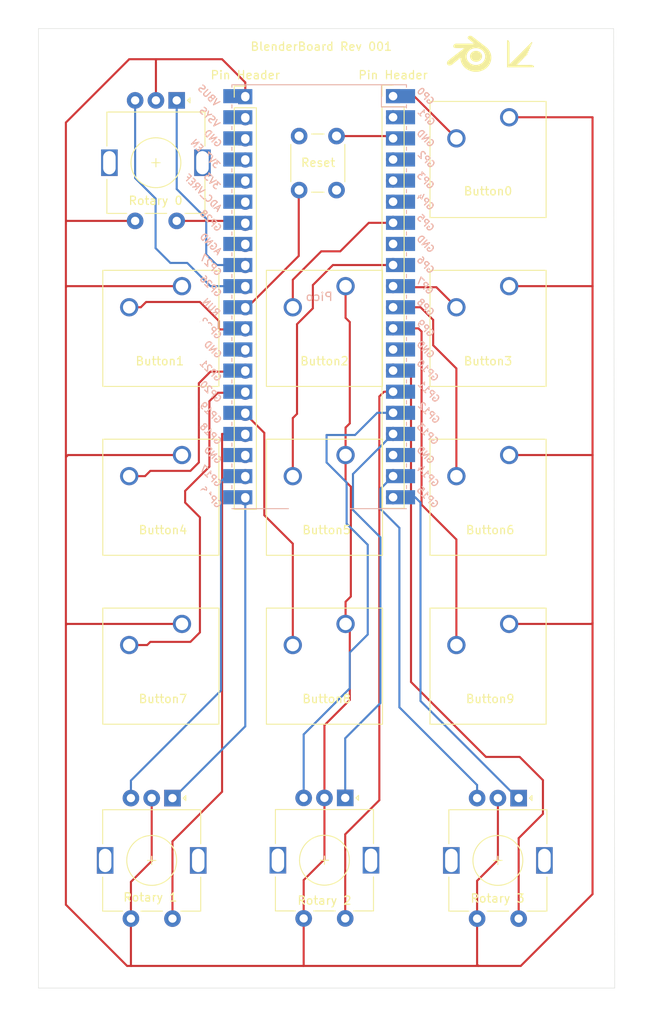
<source format=kicad_pcb>
(kicad_pcb (version 20171130) (host pcbnew "(5.1.10)-1")

  (general
    (thickness 1.6)
    (drawings 5)
    (tracks 197)
    (zones 0)
    (modules 24)
    (nets 1)
  )

  (page A4)
  (layers
    (0 F.Cu signal)
    (31 B.Cu signal)
    (32 B.Adhes user)
    (33 F.Adhes user)
    (34 B.Paste user)
    (35 F.Paste user)
    (36 B.SilkS user)
    (37 F.SilkS user)
    (38 B.Mask user)
    (39 F.Mask user)
    (40 Dwgs.User user)
    (41 Cmts.User user)
    (42 Eco1.User user)
    (43 Eco2.User user)
    (44 Edge.Cuts user)
    (45 Margin user)
    (46 B.CrtYd user)
    (47 F.CrtYd user)
    (48 B.Fab user)
    (49 F.Fab user)
  )

  (setup
    (last_trace_width 0.25)
    (trace_clearance 0.199)
    (zone_clearance 0.508)
    (zone_45_only no)
    (trace_min 0.2)
    (via_size 0.8)
    (via_drill 0.4)
    (via_min_size 0.4)
    (via_min_drill 0.3)
    (uvia_size 0.3)
    (uvia_drill 0.1)
    (uvias_allowed no)
    (uvia_min_size 0.2)
    (uvia_min_drill 0.1)
    (edge_width 0.05)
    (segment_width 0.2)
    (pcb_text_width 0.3)
    (pcb_text_size 1.5 1.5)
    (mod_edge_width 0.12)
    (mod_text_size 1 1)
    (mod_text_width 0.15)
    (pad_size 1.524 1.524)
    (pad_drill 0.762)
    (pad_to_mask_clearance 0)
    (aux_axis_origin 0 0)
    (visible_elements 7FFFFFFF)
    (pcbplotparams
      (layerselection 0x010fc_ffffffff)
      (usegerberextensions false)
      (usegerberattributes true)
      (usegerberadvancedattributes true)
      (creategerberjobfile true)
      (excludeedgelayer true)
      (linewidth 0.100000)
      (plotframeref false)
      (viasonmask false)
      (mode 1)
      (useauxorigin false)
      (hpglpennumber 1)
      (hpglpenspeed 20)
      (hpglpendiameter 15.000000)
      (psnegative false)
      (psa4output false)
      (plotreference true)
      (plotvalue true)
      (plotinvisibletext false)
      (padsonsilk false)
      (subtractmaskfromsilk false)
      (outputformat 1)
      (mirror false)
      (drillshape 0)
      (scaleselection 1)
      (outputdirectory "./"))
  )

  (net 0 "")

  (net_class Default "This is the default net class."
    (clearance 0.199)
    (trace_width 0.25)
    (via_dia 0.8)
    (via_drill 0.4)
    (uvia_dia 0.3)
    (uvia_drill 0.1)
  )

  (module Button_Switch_THT:SW_PUSH_6mm (layer F.Cu) (tedit 5A02FE31) (tstamp 6319691E)
    (at 147.447 56.388 90)
    (descr https://www.omron.com/ecb/products/pdf/en-b3f.pdf)
    (tags "tact sw push 6mm")
    (fp_text reference Reset (at 3.302 2.286 180) (layer F.SilkS)
      (effects (font (size 1 1) (thickness 0.15)))
    )
    (fp_text value SW_PUSH_6mm (at 3.75 6.7 90) (layer F.Fab)
      (effects (font (size 1 1) (thickness 0.15)))
    )
    (fp_circle (center 3.25 2.25) (end 1.25 2.5) (layer F.Fab) (width 0.1))
    (fp_line (start 6.75 3) (end 6.75 1.5) (layer F.SilkS) (width 0.12))
    (fp_line (start 5.5 -1) (end 1 -1) (layer F.SilkS) (width 0.12))
    (fp_line (start -0.25 1.5) (end -0.25 3) (layer F.SilkS) (width 0.12))
    (fp_line (start 1 5.5) (end 5.5 5.5) (layer F.SilkS) (width 0.12))
    (fp_line (start 8 -1.25) (end 8 5.75) (layer F.CrtYd) (width 0.05))
    (fp_line (start 7.75 6) (end -1.25 6) (layer F.CrtYd) (width 0.05))
    (fp_line (start -1.5 5.75) (end -1.5 -1.25) (layer F.CrtYd) (width 0.05))
    (fp_line (start -1.25 -1.5) (end 7.75 -1.5) (layer F.CrtYd) (width 0.05))
    (fp_line (start -1.5 6) (end -1.25 6) (layer F.CrtYd) (width 0.05))
    (fp_line (start -1.5 5.75) (end -1.5 6) (layer F.CrtYd) (width 0.05))
    (fp_line (start -1.5 -1.5) (end -1.25 -1.5) (layer F.CrtYd) (width 0.05))
    (fp_line (start -1.5 -1.25) (end -1.5 -1.5) (layer F.CrtYd) (width 0.05))
    (fp_line (start 8 -1.5) (end 8 -1.25) (layer F.CrtYd) (width 0.05))
    (fp_line (start 7.75 -1.5) (end 8 -1.5) (layer F.CrtYd) (width 0.05))
    (fp_line (start 8 6) (end 8 5.75) (layer F.CrtYd) (width 0.05))
    (fp_line (start 7.75 6) (end 8 6) (layer F.CrtYd) (width 0.05))
    (fp_line (start 0.25 -0.75) (end 3.25 -0.75) (layer F.Fab) (width 0.1))
    (fp_line (start 0.25 5.25) (end 0.25 -0.75) (layer F.Fab) (width 0.1))
    (fp_line (start 6.25 5.25) (end 0.25 5.25) (layer F.Fab) (width 0.1))
    (fp_line (start 6.25 -0.75) (end 6.25 5.25) (layer F.Fab) (width 0.1))
    (fp_line (start 3.25 -0.75) (end 6.25 -0.75) (layer F.Fab) (width 0.1))
    (fp_text user %R (at 3.25 2.25) (layer F.Fab)
      (effects (font (size 1 1) (thickness 0.15)))
    )
    (pad 1 thru_hole circle (at 6.5 0 180) (size 2 2) (drill 1.1) (layers *.Cu *.Mask))
    (pad 2 thru_hole circle (at 6.5 4.5 180) (size 2 2) (drill 1.1) (layers *.Cu *.Mask))
    (pad 1 thru_hole circle (at 0 0 180) (size 2 2) (drill 1.1) (layers *.Cu *.Mask))
    (pad 2 thru_hole circle (at 0 4.5 180) (size 2 2) (drill 1.1) (layers *.Cu *.Mask))
    (model ${KISYS3DMOD}/Button_Switch_THT.3dshapes/SW_PUSH_6mm.wrl
      (at (xyz 0 0 0))
      (scale (xyz 1 1 1))
      (rotate (xyz 0 0 0))
    )
  )

  (module MCU_RaspberryPi_and_Boards:RPi_Pico_SMD_TH_NoDebug (layer B.Cu) (tedit 6315FF0D) (tstamp 63169D76)
    (at 149.86 69.215 180)
    (descr "Through hole straight pin header, 2x20, 2.54mm pitch, double rows")
    (tags "Through hole pin header THT 2x20 2.54mm double row")
    (fp_text reference Pico (at 0 0) (layer B.SilkS)
      (effects (font (size 1 1) (thickness 0.15)) (justify mirror))
    )
    (fp_text value RPi_Pico_SMD_TH_NoDebug (at 0 -2.159) (layer B.Fab)
      (effects (font (size 1 1) (thickness 0.15)) (justify mirror))
    )
    (fp_line (start -10.5 25.5) (end 10.5 25.5) (layer B.Fab) (width 0.12))
    (fp_line (start 10.5 25.5) (end 10.5 -25.5) (layer B.Fab) (width 0.12))
    (fp_line (start 10.5 -25.5) (end -10.5 -25.5) (layer B.Fab) (width 0.12))
    (fp_line (start -10.5 -25.5) (end -10.5 25.5) (layer B.Fab) (width 0.12))
    (fp_line (start -10.5 24.2) (end -9.2 25.5) (layer B.Fab) (width 0.12))
    (fp_line (start -11 26) (end 11 26) (layer B.CrtYd) (width 0.12))
    (fp_line (start 11 26) (end 11 -26) (layer B.CrtYd) (width 0.12))
    (fp_line (start 11 -26) (end -11 -26) (layer B.CrtYd) (width 0.12))
    (fp_line (start -11 -26) (end -11 26) (layer B.CrtYd) (width 0.12))
    (fp_line (start -10.5 25.5) (end 10.5 25.5) (layer B.SilkS) (width 0.12))
    (fp_line (start -3.7 -25.5) (end -10.5 -25.5) (layer B.SilkS) (width 0.12))
    (fp_line (start -10.5 22.833) (end -7.493 22.833) (layer B.SilkS) (width 0.12))
    (fp_line (start -7.493 22.833) (end -7.493 25.5) (layer B.SilkS) (width 0.12))
    (fp_line (start -10.5 25.5) (end -10.5 25.2) (layer B.SilkS) (width 0.12))
    (fp_line (start -10.5 23.1) (end -10.5 22.7) (layer B.SilkS) (width 0.12))
    (fp_line (start -10.5 20.5) (end -10.5 20.1) (layer B.SilkS) (width 0.12))
    (fp_line (start -10.5 18) (end -10.5 17.6) (layer B.SilkS) (width 0.12))
    (fp_line (start -10.5 15.4) (end -10.5 15) (layer B.SilkS) (width 0.12))
    (fp_line (start -10.5 12.9) (end -10.5 12.5) (layer B.SilkS) (width 0.12))
    (fp_line (start -10.5 10.4) (end -10.5 10) (layer B.SilkS) (width 0.12))
    (fp_line (start -10.5 7.8) (end -10.5 7.4) (layer B.SilkS) (width 0.12))
    (fp_line (start -10.5 5.3) (end -10.5 4.9) (layer B.SilkS) (width 0.12))
    (fp_line (start -10.5 2.7) (end -10.5 2.3) (layer B.SilkS) (width 0.12))
    (fp_line (start -10.5 0.2) (end -10.5 -0.2) (layer B.SilkS) (width 0.12))
    (fp_line (start -10.5 -2.3) (end -10.5 -2.7) (layer B.SilkS) (width 0.12))
    (fp_line (start -10.5 -4.9) (end -10.5 -5.3) (layer B.SilkS) (width 0.12))
    (fp_line (start -10.5 -7.4) (end -10.5 -7.8) (layer B.SilkS) (width 0.12))
    (fp_line (start -10.5 -10) (end -10.5 -10.4) (layer B.SilkS) (width 0.12))
    (fp_line (start -10.5 -12.5) (end -10.5 -12.9) (layer B.SilkS) (width 0.12))
    (fp_line (start -10.5 -15.1) (end -10.5 -15.5) (layer B.SilkS) (width 0.12))
    (fp_line (start -10.5 -17.6) (end -10.5 -18) (layer B.SilkS) (width 0.12))
    (fp_line (start -10.5 -20.1) (end -10.5 -20.5) (layer B.SilkS) (width 0.12))
    (fp_line (start -10.5 -22.7) (end -10.5 -23.1) (layer B.SilkS) (width 0.12))
    (fp_line (start 10.5 10.4) (end 10.5 10) (layer B.SilkS) (width 0.12))
    (fp_line (start 10.5 5.3) (end 10.5 4.9) (layer B.SilkS) (width 0.12))
    (fp_line (start 10.5 -2.3) (end 10.5 -2.7) (layer B.SilkS) (width 0.12))
    (fp_line (start 10.5 -10) (end 10.5 -10.4) (layer B.SilkS) (width 0.12))
    (fp_line (start 10.5 20.5) (end 10.5 20.1) (layer B.SilkS) (width 0.12))
    (fp_line (start 10.5 23.1) (end 10.5 22.7) (layer B.SilkS) (width 0.12))
    (fp_line (start 10.5 15.4) (end 10.5 15) (layer B.SilkS) (width 0.12))
    (fp_line (start 10.5 -17.6) (end 10.5 -18) (layer B.SilkS) (width 0.12))
    (fp_line (start 10.5 -22.7) (end 10.5 -23.1) (layer B.SilkS) (width 0.12))
    (fp_line (start 10.5 -20.1) (end 10.5 -20.5) (layer B.SilkS) (width 0.12))
    (fp_line (start 10.5 -4.9) (end 10.5 -5.3) (layer B.SilkS) (width 0.12))
    (fp_line (start 10.5 0.2) (end 10.5 -0.2) (layer B.SilkS) (width 0.12))
    (fp_line (start 10.5 12.9) (end 10.5 12.5) (layer B.SilkS) (width 0.12))
    (fp_line (start 10.5 7.8) (end 10.5 7.4) (layer B.SilkS) (width 0.12))
    (fp_line (start 10.5 -12.5) (end 10.5 -12.9) (layer B.SilkS) (width 0.12))
    (fp_line (start 10.5 2.7) (end 10.5 2.3) (layer B.SilkS) (width 0.12))
    (fp_line (start 10.5 25.5) (end 10.5 25.2) (layer B.SilkS) (width 0.12))
    (fp_line (start 10.5 18) (end 10.5 17.6) (layer B.SilkS) (width 0.12))
    (fp_line (start 10.5 -7.4) (end 10.5 -7.8) (layer B.SilkS) (width 0.12))
    (fp_line (start 10.5 -15.1) (end 10.5 -15.5) (layer B.SilkS) (width 0.12))
    (fp_line (start 10.5 -25.5) (end 3.7 -25.5) (layer B.SilkS) (width 0.12))
    (fp_text user "Copper Keepouts shown on Dwgs layer" (at 0.1 30.2) (layer Cmts.User)
      (effects (font (size 1 1) (thickness 0.15)))
    )
    (fp_text user AGND (at 13.054 6.35 315) (layer B.SilkS)
      (effects (font (size 0.8 0.8) (thickness 0.15)) (justify mirror))
    )
    (fp_text user GND (at 12.8 19.05 315) (layer B.SilkS)
      (effects (font (size 0.8 0.8) (thickness 0.15)) (justify mirror))
    )
    (fp_text user GND (at 12.8 -6.35 315) (layer B.SilkS)
      (effects (font (size 0.8 0.8) (thickness 0.15)) (justify mirror))
    )
    (fp_text user GND (at 12.8 -19.05 315) (layer B.SilkS)
      (effects (font (size 0.8 0.8) (thickness 0.15)) (justify mirror))
    )
    (fp_text user GND (at -12.8 -19.05 315) (layer B.SilkS)
      (effects (font (size 0.8 0.8) (thickness 0.15)) (justify mirror))
    )
    (fp_text user GND (at -12.8 -6.35 315) (layer B.SilkS)
      (effects (font (size 0.8 0.8) (thickness 0.15)) (justify mirror))
    )
    (fp_text user GND (at -12.8 6.35 315) (layer B.SilkS)
      (effects (font (size 0.8 0.8) (thickness 0.15)) (justify mirror))
    )
    (fp_text user GND (at -12.8 19.05 315) (layer B.SilkS)
      (effects (font (size 0.8 0.8) (thickness 0.15)) (justify mirror))
    )
    (fp_text user VBUS (at 13.3 24.2 315) (layer B.SilkS)
      (effects (font (size 0.8 0.8) (thickness 0.15)) (justify mirror))
    )
    (fp_text user VSYS (at 13.2 21.59 315) (layer B.SilkS)
      (effects (font (size 0.8 0.8) (thickness 0.15)) (justify mirror))
    )
    (fp_text user 3V3_EN (at 13.7 17.2 315) (layer B.SilkS)
      (effects (font (size 0.8 0.8) (thickness 0.15)) (justify mirror))
    )
    (fp_text user 3V3 (at 12.9 13.9 315) (layer B.SilkS)
      (effects (font (size 0.8 0.8) (thickness 0.15)) (justify mirror))
    )
    (fp_text user ADC_VREF (at 14 12.5 315) (layer B.SilkS)
      (effects (font (size 0.8 0.8) (thickness 0.15)) (justify mirror))
    )
    (fp_text user GP28 (at 13.054 9.144 315) (layer B.SilkS)
      (effects (font (size 0.8 0.8) (thickness 0.15)) (justify mirror))
    )
    (fp_text user GP27 (at 13.054 3.8 315) (layer B.SilkS)
      (effects (font (size 0.8 0.8) (thickness 0.15)) (justify mirror))
    )
    (fp_text user GP26 (at 13.054 1.27 315) (layer B.SilkS)
      (effects (font (size 0.8 0.8) (thickness 0.15)) (justify mirror))
    )
    (fp_text user RUN (at 13 -1.27 315) (layer B.SilkS)
      (effects (font (size 0.8 0.8) (thickness 0.15)) (justify mirror))
    )
    (fp_text user GP22 (at 13.054 -3.81 315) (layer B.SilkS)
      (effects (font (size 0.8 0.8) (thickness 0.15)) (justify mirror))
    )
    (fp_text user GP21 (at 13.054 -8.9 315) (layer B.SilkS)
      (effects (font (size 0.8 0.8) (thickness 0.15)) (justify mirror))
    )
    (fp_text user GP20 (at 13.054 -11.43 315) (layer B.SilkS)
      (effects (font (size 0.8 0.8) (thickness 0.15)) (justify mirror))
    )
    (fp_text user GP19 (at 13.054 -13.97 315) (layer B.SilkS)
      (effects (font (size 0.8 0.8) (thickness 0.15)) (justify mirror))
    )
    (fp_text user GP18 (at 13.054 -16.51 315) (layer B.SilkS)
      (effects (font (size 0.8 0.8) (thickness 0.15)) (justify mirror))
    )
    (fp_text user GP17 (at 13.054 -21.59 315) (layer B.SilkS)
      (effects (font (size 0.8 0.8) (thickness 0.15)) (justify mirror))
    )
    (fp_text user GP16 (at 13.054 -24.13 315) (layer B.SilkS)
      (effects (font (size 0.8 0.8) (thickness 0.15)) (justify mirror))
    )
    (fp_text user GP15 (at -13.054 -24.13 315) (layer B.SilkS)
      (effects (font (size 0.8 0.8) (thickness 0.15)) (justify mirror))
    )
    (fp_text user GP14 (at -13.1 -21.59 315) (layer B.SilkS)
      (effects (font (size 0.8 0.8) (thickness 0.15)) (justify mirror))
    )
    (fp_text user GP13 (at -13.054 -16.51 315) (layer B.SilkS)
      (effects (font (size 0.8 0.8) (thickness 0.15)) (justify mirror))
    )
    (fp_text user GP12 (at -13.2 -13.97 315) (layer B.SilkS)
      (effects (font (size 0.8 0.8) (thickness 0.15)) (justify mirror))
    )
    (fp_text user GP11 (at -13.2 -11.43 315) (layer B.SilkS)
      (effects (font (size 0.8 0.8) (thickness 0.15)) (justify mirror))
    )
    (fp_text user GP10 (at -13.054 -8.89 315) (layer B.SilkS)
      (effects (font (size 0.8 0.8) (thickness 0.15)) (justify mirror))
    )
    (fp_text user GP9 (at -12.8 -3.81 315) (layer B.SilkS)
      (effects (font (size 0.8 0.8) (thickness 0.15)) (justify mirror))
    )
    (fp_text user GP8 (at -12.8 -1.27 315) (layer B.SilkS)
      (effects (font (size 0.8 0.8) (thickness 0.15)) (justify mirror))
    )
    (fp_text user GP7 (at -12.7 1.3 315) (layer B.SilkS)
      (effects (font (size 0.8 0.8) (thickness 0.15)) (justify mirror))
    )
    (fp_text user GP6 (at -12.8 3.81 315) (layer B.SilkS)
      (effects (font (size 0.8 0.8) (thickness 0.15)) (justify mirror))
    )
    (fp_text user GP5 (at -12.8 8.89 315) (layer B.SilkS)
      (effects (font (size 0.8 0.8) (thickness 0.15)) (justify mirror))
    )
    (fp_text user GP4 (at -12.8 11.43 315) (layer B.SilkS)
      (effects (font (size 0.8 0.8) (thickness 0.15)) (justify mirror))
    )
    (fp_text user GP3 (at -12.8 13.97 315) (layer B.SilkS)
      (effects (font (size 0.8 0.8) (thickness 0.15)) (justify mirror))
    )
    (fp_text user GP0 (at -12.8 24.13 315) (layer B.SilkS)
      (effects (font (size 0.8 0.8) (thickness 0.15)) (justify mirror))
    )
    (fp_text user GP2 (at -12.9 16.51 315) (layer B.SilkS)
      (effects (font (size 0.8 0.8) (thickness 0.15)) (justify mirror))
    )
    (fp_text user GP1 (at -12.9 21.6 315) (layer B.SilkS)
      (effects (font (size 0.8 0.8) (thickness 0.15)) (justify mirror))
    )
    (fp_text user %R (at 0 0 180) (layer B.Fab)
      (effects (font (size 1 1) (thickness 0.15)) (justify mirror))
    )
    (pad 21 smd rect (at 8.89 -24.13 180) (size 3.5 1.7) (drill (offset 0.9 0)) (layers B.Cu B.Mask))
    (pad 22 smd rect (at 8.89 -21.59 180) (size 3.5 1.7) (drill (offset 0.9 0)) (layers B.Cu B.Mask))
    (pad 23 smd rect (at 8.89 -19.05 180) (size 3.5 1.7) (drill (offset 0.9 0)) (layers B.Cu B.Mask))
    (pad 24 smd rect (at 8.89 -16.51 180) (size 3.5 1.7) (drill (offset 0.9 0)) (layers B.Cu B.Mask))
    (pad 25 smd rect (at 8.89 -13.97 180) (size 3.5 1.7) (drill (offset 0.9 0)) (layers B.Cu B.Mask))
    (pad 26 smd rect (at 8.89 -11.43 180) (size 3.5 1.7) (drill (offset 0.9 0)) (layers B.Cu B.Mask))
    (pad 27 smd rect (at 8.89 -8.89 180) (size 3.5 1.7) (drill (offset 0.9 0)) (layers B.Cu B.Mask))
    (pad 28 smd rect (at 8.89 -6.35 180) (size 3.5 1.7) (drill (offset 0.9 0)) (layers B.Cu B.Mask))
    (pad 29 smd rect (at 8.89 -3.81 180) (size 3.5 1.7) (drill (offset 0.9 0)) (layers B.Cu B.Mask))
    (pad 30 smd rect (at 8.89 -1.27 180) (size 3.5 1.7) (drill (offset 0.9 0)) (layers B.Cu B.Mask))
    (pad 31 smd rect (at 8.89 1.27 180) (size 3.5 1.7) (drill (offset 0.9 0)) (layers B.Cu B.Mask))
    (pad 32 smd rect (at 8.89 3.81 180) (size 3.5 1.7) (drill (offset 0.9 0)) (layers B.Cu B.Mask))
    (pad 33 smd rect (at 8.89 6.35 180) (size 3.5 1.7) (drill (offset 0.9 0)) (layers B.Cu B.Mask))
    (pad 34 smd rect (at 8.89 8.89 180) (size 3.5 1.7) (drill (offset 0.9 0)) (layers B.Cu B.Mask))
    (pad 35 smd rect (at 8.89 11.43 180) (size 3.5 1.7) (drill (offset 0.9 0)) (layers B.Cu B.Mask))
    (pad 36 smd rect (at 8.89 13.97 180) (size 3.5 1.7) (drill (offset 0.9 0)) (layers B.Cu B.Mask))
    (pad 37 smd rect (at 8.89 16.51 180) (size 3.5 1.7) (drill (offset 0.9 0)) (layers B.Cu B.Mask))
    (pad 38 smd rect (at 8.89 19.05 180) (size 3.5 1.7) (drill (offset 0.9 0)) (layers B.Cu B.Mask))
    (pad 39 smd rect (at 8.89 21.59 180) (size 3.5 1.7) (drill (offset 0.9 0)) (layers B.Cu B.Mask))
    (pad 40 smd rect (at 8.89 24.13 180) (size 3.5 1.7) (drill (offset 0.9 0)) (layers B.Cu B.Mask))
    (pad 20 smd rect (at -8.89 -24.13 180) (size 3.5 1.7) (drill (offset -0.9 0)) (layers B.Cu B.Mask))
    (pad 19 smd rect (at -8.89 -21.59 180) (size 3.5 1.7) (drill (offset -0.9 0)) (layers B.Cu B.Mask))
    (pad 18 smd rect (at -8.89 -19.05 180) (size 3.5 1.7) (drill (offset -0.9 0)) (layers B.Cu B.Mask))
    (pad 17 smd rect (at -8.89 -16.51 180) (size 3.5 1.7) (drill (offset -0.9 0)) (layers B.Cu B.Mask))
    (pad 16 smd rect (at -8.89 -13.97 180) (size 3.5 1.7) (drill (offset -0.9 0)) (layers B.Cu B.Mask))
    (pad 15 smd rect (at -8.89 -11.43 180) (size 3.5 1.7) (drill (offset -0.9 0)) (layers B.Cu B.Mask))
    (pad 14 smd rect (at -8.89 -8.89 180) (size 3.5 1.7) (drill (offset -0.9 0)) (layers B.Cu B.Mask))
    (pad 13 smd rect (at -8.89 -6.35 180) (size 3.5 1.7) (drill (offset -0.9 0)) (layers B.Cu B.Mask))
    (pad 12 smd rect (at -8.89 -3.81 180) (size 3.5 1.7) (drill (offset -0.9 0)) (layers B.Cu B.Mask))
    (pad 11 smd rect (at -8.89 -1.27 180) (size 3.5 1.7) (drill (offset -0.9 0)) (layers B.Cu B.Mask))
    (pad 10 smd rect (at -8.89 1.27 180) (size 3.5 1.7) (drill (offset -0.9 0)) (layers B.Cu B.Mask))
    (pad 9 smd rect (at -8.89 3.81 180) (size 3.5 1.7) (drill (offset -0.9 0)) (layers B.Cu B.Mask))
    (pad 8 smd rect (at -8.89 6.35 180) (size 3.5 1.7) (drill (offset -0.9 0)) (layers B.Cu B.Mask))
    (pad 7 smd rect (at -8.89 8.89 180) (size 3.5 1.7) (drill (offset -0.9 0)) (layers B.Cu B.Mask))
    (pad 6 smd rect (at -8.89 11.43 180) (size 3.5 1.7) (drill (offset -0.9 0)) (layers B.Cu B.Mask))
    (pad 5 smd rect (at -8.89 13.97 180) (size 3.5 1.7) (drill (offset -0.9 0)) (layers B.Cu B.Mask))
    (pad 4 smd rect (at -8.89 16.51 180) (size 3.5 1.7) (drill (offset -0.9 0)) (layers B.Cu B.Mask))
    (pad 3 smd rect (at -8.89 19.05 180) (size 3.5 1.7) (drill (offset -0.9 0)) (layers B.Cu B.Mask))
    (pad 2 smd rect (at -8.89 21.59 180) (size 3.5 1.7) (drill (offset -0.9 0)) (layers B.Cu B.Mask))
    (pad 1 smd rect (at -8.89 24.13 180) (size 3.5 1.7) (drill (offset -0.9 0)) (layers B.Cu B.Mask))
    (pad 40 thru_hole oval (at 8.89 24.13 180) (size 1.7 1.7) (drill 1.02) (layers *.Cu *.Mask))
    (pad 39 thru_hole oval (at 8.89 21.59 180) (size 1.7 1.7) (drill 1.02) (layers *.Cu *.Mask))
    (pad 38 thru_hole rect (at 8.89 19.05 180) (size 1.7 1.7) (drill 1.02) (layers *.Cu *.Mask))
    (pad 37 thru_hole oval (at 8.89 16.51 180) (size 1.7 1.7) (drill 1.02) (layers *.Cu *.Mask))
    (pad 36 thru_hole oval (at 8.89 13.97 180) (size 1.7 1.7) (drill 1.02) (layers *.Cu *.Mask))
    (pad 35 thru_hole oval (at 8.89 11.43 180) (size 1.7 1.7) (drill 1.02) (layers *.Cu *.Mask))
    (pad 34 thru_hole oval (at 8.89 8.89 180) (size 1.7 1.7) (drill 1.02) (layers *.Cu *.Mask))
    (pad 33 thru_hole rect (at 8.89 6.35 180) (size 1.7 1.7) (drill 1.02) (layers *.Cu *.Mask))
    (pad 32 thru_hole oval (at 8.89 3.81 180) (size 1.7 1.7) (drill 1.02) (layers *.Cu *.Mask))
    (pad 31 thru_hole oval (at 8.89 1.27 180) (size 1.7 1.7) (drill 1.02) (layers *.Cu *.Mask))
    (pad 30 thru_hole oval (at 8.89 -1.27 180) (size 1.7 1.7) (drill 1.02) (layers *.Cu *.Mask))
    (pad 29 thru_hole oval (at 8.89 -3.81 180) (size 1.7 1.7) (drill 1.02) (layers *.Cu *.Mask))
    (pad 28 thru_hole rect (at 8.89 -6.35 180) (size 1.7 1.7) (drill 1.02) (layers *.Cu *.Mask))
    (pad 27 thru_hole oval (at 8.89 -8.89 180) (size 1.7 1.7) (drill 1.02) (layers *.Cu *.Mask))
    (pad 26 thru_hole oval (at 8.89 -11.43 180) (size 1.7 1.7) (drill 1.02) (layers *.Cu *.Mask))
    (pad 25 thru_hole oval (at 8.89 -13.97 180) (size 1.7 1.7) (drill 1.02) (layers *.Cu *.Mask))
    (pad 24 thru_hole oval (at 8.89 -16.51 180) (size 1.7 1.7) (drill 1.02) (layers *.Cu *.Mask))
    (pad 23 thru_hole rect (at 8.89 -19.05 180) (size 1.7 1.7) (drill 1.02) (layers *.Cu *.Mask))
    (pad 22 thru_hole oval (at 8.89 -21.59 180) (size 1.7 1.7) (drill 1.02) (layers *.Cu *.Mask))
    (pad 21 thru_hole oval (at 8.89 -24.13 180) (size 1.7 1.7) (drill 1.02) (layers *.Cu *.Mask))
    (pad 20 thru_hole oval (at -8.89 -24.13 180) (size 1.7 1.7) (drill 1.02) (layers *.Cu *.Mask))
    (pad 19 thru_hole oval (at -8.89 -21.59 180) (size 1.7 1.7) (drill 1.02) (layers *.Cu *.Mask))
    (pad 18 thru_hole rect (at -8.89 -19.05 180) (size 1.7 1.7) (drill 1.02) (layers *.Cu *.Mask))
    (pad 17 thru_hole oval (at -8.89 -16.51 180) (size 1.7 1.7) (drill 1.02) (layers *.Cu *.Mask))
    (pad 16 thru_hole oval (at -8.89 -13.97 180) (size 1.7 1.7) (drill 1.02) (layers *.Cu *.Mask))
    (pad 15 thru_hole oval (at -8.89 -11.43 180) (size 1.7 1.7) (drill 1.02) (layers *.Cu *.Mask))
    (pad 14 thru_hole oval (at -8.89 -8.89 180) (size 1.7 1.7) (drill 1.02) (layers *.Cu *.Mask))
    (pad 13 thru_hole rect (at -8.89 -6.35 180) (size 1.7 1.7) (drill 1.02) (layers *.Cu *.Mask))
    (pad 12 thru_hole oval (at -8.89 -3.81 180) (size 1.7 1.7) (drill 1.02) (layers *.Cu *.Mask))
    (pad 11 thru_hole oval (at -8.89 -1.27 180) (size 1.7 1.7) (drill 1.02) (layers *.Cu *.Mask))
    (pad 10 thru_hole oval (at -8.89 1.27 180) (size 1.7 1.7) (drill 1.02) (layers *.Cu *.Mask))
    (pad 9 thru_hole oval (at -8.89 3.81 180) (size 1.7 1.7) (drill 1.02) (layers *.Cu *.Mask))
    (pad 8 thru_hole rect (at -8.89 6.35 180) (size 1.7 1.7) (drill 1.02) (layers *.Cu *.Mask))
    (pad 7 thru_hole oval (at -8.89 8.89 180) (size 1.7 1.7) (drill 1.02) (layers *.Cu *.Mask))
    (pad 6 thru_hole oval (at -8.89 11.43 180) (size 1.7 1.7) (drill 1.02) (layers *.Cu *.Mask))
    (pad 5 thru_hole oval (at -8.89 13.97 180) (size 1.7 1.7) (drill 1.02) (layers *.Cu *.Mask))
    (pad 4 thru_hole oval (at -8.89 16.51 180) (size 1.7 1.7) (drill 1.02) (layers *.Cu *.Mask))
    (pad 3 thru_hole rect (at -8.89 19.05 180) (size 1.7 1.7) (drill 1.02) (layers *.Cu *.Mask))
    (pad 2 thru_hole oval (at -8.89 21.59 180) (size 1.7 1.7) (drill 1.02) (layers *.Cu *.Mask))
    (pad 1 thru_hole oval (at -8.89 24.13 180) (size 1.7 1.7) (drill 1.02) (layers *.Cu *.Mask))
    (model "C:/Users/User/Downloads/KiCad-RP-Pico-main/RP-Pico Libraries/Pico.wrl"
      (offset (xyz 0 0 3))
      (scale (xyz 1 1 1))
      (rotate (xyz 0 0 0))
    )
  )

  (module blender_logo_kit:BlenderLogoInv (layer F.Cu) (tedit 0) (tstamp 6317CC83)
    (at 167.894 40.005)
    (fp_text reference G*** (at 2.032 -5.715) (layer F.SilkS) hide
      (effects (font (size 1.524 1.524) (thickness 0.3)))
    )
    (fp_text value LOGO (at 0.508 -5.334) (layer F.SilkS) hide
      (effects (font (size 1.524 1.524) (thickness 0.3)))
    )
    (fp_poly (pts (xy 0.846667 -0.367167) (xy 0.900445 -0.366892) (xy 0.941276 -0.365897) (xy 0.973145 -0.363755)
      (xy 1.000035 -0.360035) (xy 1.025932 -0.354309) (xy 1.054819 -0.346146) (xy 1.062045 -0.343958)
      (xy 1.166356 -0.304606) (xy 1.260532 -0.253783) (xy 1.343713 -0.192553) (xy 1.415037 -0.121981)
      (xy 1.473642 -0.043129) (xy 1.518667 0.042938) (xy 1.549251 0.135157) (xy 1.564533 0.232463)
      (xy 1.566186 0.278638) (xy 1.562063 0.361211) (xy 1.54911 0.434526) (xy 1.525969 0.504519)
      (xy 1.503057 0.554567) (xy 1.448169 0.645047) (xy 1.380276 0.725113) (xy 1.300241 0.794066)
      (xy 1.208926 0.851212) (xy 1.107193 0.895852) (xy 1.062567 0.91041) (xy 1.000616 0.924319)
      (xy 0.92828 0.933476) (xy 0.851506 0.937615) (xy 0.776237 0.936466) (xy 0.708418 0.92976)
      (xy 0.692865 0.927098) (xy 0.589005 0.89985) (xy 0.493192 0.859757) (xy 0.406315 0.808094)
      (xy 0.329263 0.746141) (xy 0.262923 0.675174) (xy 0.208183 0.596472) (xy 0.165932 0.511312)
      (xy 0.137058 0.420973) (xy 0.122448 0.326731) (xy 0.122992 0.229865) (xy 0.139577 0.131653)
      (xy 0.139683 0.131233) (xy 0.170906 0.04152) (xy 0.2172 -0.044015) (xy 0.276836 -0.123308)
      (xy 0.348084 -0.194296) (xy 0.429214 -0.254913) (xy 0.494032 -0.291601) (xy 0.552123 -0.318714)
      (xy 0.604257 -0.33873) (xy 0.654949 -0.352616) (xy 0.708711 -0.36134) (xy 0.770057 -0.365868)
      (xy 0.843501 -0.367169) (xy 0.846667 -0.367167)) (layer F.SilkS) (width 0.01))
    (fp_poly (pts (xy 0.214484 -2.180426) (xy 0.244075 -2.176238) (xy 0.269308 -2.168779) (xy 0.296472 -2.156521)
      (xy 0.308841 -2.150166) (xy 0.322368 -2.141438) (xy 0.348287 -2.123085) (xy 0.385612 -2.095864)
      (xy 0.433357 -2.060531) (xy 0.490535 -2.01784) (xy 0.556161 -1.968548) (xy 0.629247 -1.913411)
      (xy 0.708808 -1.853184) (xy 0.793858 -1.788624) (xy 0.883409 -1.720486) (xy 0.976477 -1.649525)
      (xy 1.072073 -1.576498) (xy 1.169213 -1.50216) (xy 1.266909 -1.427268) (xy 1.364176 -1.352576)
      (xy 1.460028 -1.278842) (xy 1.553477 -1.206819) (xy 1.643537 -1.137266) (xy 1.729223 -1.070936)
      (xy 1.809548 -1.008586) (xy 1.883526 -0.950972) (xy 1.95017 -0.89885) (xy 2.008494 -0.852975)
      (xy 2.057511 -0.814103) (xy 2.096237 -0.78299) (xy 2.123683 -0.760391) (xy 2.1336 -0.751877)
      (xy 2.233136 -0.65451) (xy 2.326905 -0.544176) (xy 2.412718 -0.424194) (xy 2.488386 -0.297886)
      (xy 2.551721 -0.168573) (xy 2.598066 -0.047209) (xy 2.641506 0.112117) (xy 2.668246 0.272299)
      (xy 2.678434 0.432484) (xy 2.672217 0.591818) (xy 2.649741 0.749448) (xy 2.611155 0.904521)
      (xy 2.556604 1.056184) (xy 2.486237 1.203583) (xy 2.400201 1.345864) (xy 2.344268 1.424265)
      (xy 2.302644 1.47536) (xy 2.250894 1.532655) (xy 2.192685 1.592534) (xy 2.13169 1.65138)
      (xy 2.071576 1.705577) (xy 2.016016 1.751509) (xy 1.999141 1.764357) (xy 1.849904 1.864572)
      (xy 1.692007 1.950466) (xy 1.526439 2.021632) (xy 1.354188 2.077668) (xy 1.176241 2.118167)
      (xy 1.109133 2.129136) (xy 1.053914 2.13553) (xy 0.98691 2.14064) (xy 0.912758 2.144342)
      (xy 0.836093 2.146513) (xy 0.761549 2.147029) (xy 0.693764 2.145768) (xy 0.637371 2.142607)
      (xy 0.629316 2.141878) (xy 0.453536 2.117205) (xy 0.283328 2.078173) (xy 0.119545 2.02542)
      (xy -0.03696 1.959588) (xy -0.185334 1.881316) (xy -0.324725 1.791244) (xy -0.454279 1.690012)
      (xy -0.573142 1.578262) (xy -0.680464 1.456631) (xy -0.775389 1.325762) (xy -0.857065 1.186293)
      (xy -0.92464 1.038866) (xy -0.956389 0.951913) (xy -0.989768 0.837825) (xy -1.011031 0.731567)
      (xy -1.020711 0.629711) (xy -1.020118 0.541867) (xy -1.014516 0.436033) (xy -1.034308 0.453967)
      (xy -1.045968 0.463945) (xy -1.069476 0.48356) (xy -1.103546 0.511762) (xy -1.146893 0.5475)
      (xy -1.198232 0.589723) (xy -1.256275 0.63738) (xy -1.319739 0.68942) (xy -1.387337 0.744793)
      (xy -1.457783 0.802448) (xy -1.529792 0.861333) (xy -1.602079 0.920398) (xy -1.673357 0.978592)
      (xy -1.74234 1.034865) (xy -1.807744 1.088165) (xy -1.868283 1.137442) (xy -1.92267 1.181644)
      (xy -1.96962 1.219721) (xy -2.007848 1.250623) (xy -2.036068 1.273297) (xy -2.052994 1.286694)
      (xy -2.055103 1.288313) (xy -2.125462 1.333613) (xy -2.198876 1.366087) (xy -2.273324 1.385701)
      (xy -2.346785 1.392419) (xy -2.417241 1.386206) (xy -2.48267 1.367027) (xy -2.541054 1.334846)
      (xy -2.58335 1.29755) (xy -2.613286 1.259756) (xy -2.633612 1.219717) (xy -2.647113 1.171352)
      (xy -2.650946 1.150077) (xy -2.65372 1.082321) (xy -2.641743 1.011811) (xy -2.616124 0.941729)
      (xy -2.57797 0.875255) (xy -2.537764 0.8253) (xy -2.524544 0.81321) (xy -2.498404 0.791321)
      (xy -2.459909 0.760074) (xy -2.409624 0.719909) (xy -2.348116 0.671269) (xy -2.275948 0.614596)
      (xy -2.193687 0.550331) (xy -2.101897 0.478916) (xy -2.001143 0.400792) (xy -1.891991 0.316401)
      (xy -1.820868 0.261551) (xy -0.300598 0.261551) (xy -0.300179 0.383138) (xy -0.283438 0.503688)
      (xy -0.250447 0.622119) (xy -0.20128 0.737349) (xy -0.140255 0.841964) (xy -0.061675 0.944996)
      (xy 0.029619 1.037877) (xy 0.132197 1.119762) (xy 0.244627 1.18981) (xy 0.36548 1.247177)
      (xy 0.493325 1.291021) (xy 0.626731 1.320499) (xy 0.6858 1.328587) (xy 0.745201 1.332659)
      (xy 0.814859 1.333356) (xy 0.888482 1.330897) (xy 0.959779 1.325505) (xy 1.02246 1.3174)
      (xy 1.027077 1.316613) (xy 1.138159 1.291245) (xy 1.249621 1.254538) (xy 1.357004 1.208354)
      (xy 1.455849 1.154553) (xy 1.522162 1.10998) (xy 1.624479 1.024657) (xy 1.71316 0.931149)
      (xy 1.787905 0.830578) (xy 1.848414 0.724065) (xy 1.894387 0.612732) (xy 1.925523 0.4977)
      (xy 1.941522 0.380091) (xy 1.942083 0.261027) (xy 1.926908 0.141628) (xy 1.895695 0.023017)
      (xy 1.848143 -0.093684) (xy 1.845735 -0.098628) (xy 1.781379 -0.210909) (xy 1.703619 -0.313681)
      (xy 1.613538 -0.406201) (xy 1.512218 -0.487725) (xy 1.400743 -0.557511) (xy 1.280197 -0.614816)
      (xy 1.151661 -0.658897) (xy 1.016219 -0.689011) (xy 0.976418 -0.694944) (xy 0.927314 -0.699292)
      (xy 0.867466 -0.701228) (xy 0.801678 -0.700906) (xy 0.734754 -0.698482) (xy 0.671499 -0.694111)
      (xy 0.616716 -0.687949) (xy 0.5842 -0.682271) (xy 0.448569 -0.645147) (xy 0.320769 -0.59476)
      (xy 0.201866 -0.531902) (xy 0.092926 -0.457362) (xy -0.004986 -0.37193) (xy -0.090804 -0.276396)
      (xy -0.163461 -0.171551) (xy -0.203201 -0.098628) (xy -0.252181 0.019586) (xy -0.284623 0.140006)
      (xy -0.300598 0.261551) (xy -1.820868 0.261551) (xy -1.775007 0.226184) (xy -1.650754 0.130584)
      (xy -1.530304 0.0381) (xy -0.570068 -0.6985) (xy -1.133817 -0.703035) (xy -1.255477 -0.704104)
      (xy -1.361067 -0.705233) (xy -1.451451 -0.706444) (xy -1.527491 -0.707759) (xy -1.590051 -0.709201)
      (xy -1.639996 -0.71079) (xy -1.678187 -0.712549) (xy -1.705489 -0.714499) (xy -1.722765 -0.716662)
      (xy -1.728701 -0.71808) (xy -1.776185 -0.740434) (xy -1.820873 -0.772761) (xy -1.856777 -0.81044)
      (xy -1.866315 -0.82429) (xy -1.880359 -0.849672) (xy -1.8881 -0.872765) (xy -1.891343 -0.900737)
      (xy -1.891898 -0.92589) (xy -1.884118 -0.991325) (xy -1.860618 -1.051746) (xy -1.822079 -1.106348)
      (xy -1.769184 -1.154326) (xy -1.702615 -1.194875) (xy -1.64221 -1.220623) (xy -1.5875 -1.240367)
      (xy 0.58996 -1.248833) (xy 0.27702 -1.502834) (xy 0.193973 -1.570291) (xy 0.123087 -1.628032)
      (xy 0.063336 -1.676962) (xy 0.013693 -1.717985) (xy -0.026867 -1.752008) (xy -0.059371 -1.779936)
      (xy -0.084844 -1.802674) (xy -0.104314 -1.821129) (xy -0.118806 -1.836205) (xy -0.129346 -1.848808)
      (xy -0.136961 -1.859845) (xy -0.142677 -1.870219) (xy -0.145092 -1.875328) (xy -0.159015 -1.925276)
      (xy -0.157332 -1.976607) (xy -0.14098 -2.027092) (xy -0.110896 -2.074501) (xy -0.068015 -2.116605)
      (xy -0.033866 -2.139988) (xy 0.026216 -2.166621) (xy 0.095814 -2.1808) (xy 0.174249 -2.182872)
      (xy 0.214484 -2.180426)) (layer F.SilkS) (width 0.01))
  )

  (module blender_logo_kit:SpectralVectorsLogo (layer F.Cu) (tedit 0) (tstamp 6317CC7F)
    (at 173.99 40.005)
    (fp_text reference G*** (at 1.397 -5.334) (layer F.SilkS) hide
      (effects (font (size 1.524 1.524) (thickness 0.3)))
    )
    (fp_text value LOGO (at 2.159 -5.334) (layer F.SilkS) hide
      (effects (font (size 1.524 1.524) (thickness 0.3)))
    )
    (fp_poly (pts (xy -1.503046 -1.649096) (xy -1.491361 -1.647768) (xy -1.472468 -1.646713) (xy -1.44932 -1.646063)
      (xy -1.432389 -1.64592) (xy -1.377607 -1.64592) (xy -1.306024 -1.52173) (xy -1.23444 -1.397539)
      (xy -1.23444 1.21412) (xy -1.13792 1.21412) (xy -1.13792 1.16261) (xy -1.137669 1.136749)
      (xy -1.13586 1.118859) (xy -1.13091 1.107465) (xy -1.12124 1.101092) (xy -1.105266 1.098262)
      (xy -1.081407 1.097501) (xy -1.06807 1.097441) (xy -1.016 1.09728) (xy -1.016 1.044727)
      (xy -1.015693 1.017174) (xy -1.013717 0.998095) (xy -1.008497 0.985934) (xy -0.998456 0.979132)
      (xy -0.982016 0.976134) (xy -0.957599 0.975381) (xy -0.94575 0.97536) (xy -0.89408 0.97536)
      (xy -0.89408 0.923036) (xy -0.893439 0.894796) (xy -0.891557 0.875323) (xy -0.888501 0.865241)
      (xy -0.887984 0.864616) (xy -0.87925 0.861421) (xy -0.860847 0.859382) (xy -0.833209 0.85854)
      (xy -0.827191 0.85852) (xy -0.772493 0.85852) (xy -0.771057 0.80137) (xy -0.76962 0.74422)
      (xy -0.65056 0.74136) (xy -0.6477 0.6223) (xy -0.58801 0.620868) (xy -0.52832 0.619437)
      (xy -0.52832 0.50292) (xy -0.41148 0.50292) (xy -0.41148 0.38608) (xy -0.28956 0.38608)
      (xy -0.28956 0.26416) (xy -0.16764 0.26416) (xy -0.16764 0.14224) (xy -0.0508 0.14224)
      (xy -0.0508 0.0254) (xy 0.007458 0.0254) (xy 0.065717 0.025399) (xy 0.067148 -0.03429)
      (xy 0.06858 -0.09398) (xy 0.12573 -0.095417) (xy 0.18288 -0.096853) (xy 0.18288 -0.147821)
      (xy 0.183048 -0.17614) (xy 0.184496 -0.195768) (xy 0.188632 -0.208175) (xy 0.196867 -0.21483)
      (xy 0.210611 -0.217202) (xy 0.231275 -0.216759) (xy 0.248075 -0.215722) (xy 0.302358 -0.212264)
      (xy 0.300762 -0.263429) (xy 0.300068 -0.2917) (xy 0.300992 -0.311372) (xy 0.304947 -0.324004)
      (xy 0.313349 -0.331154) (xy 0.327612 -0.334383) (xy 0.349148 -0.335247) (xy 0.365938 -0.33528)
      (xy 0.42164 -0.33528) (xy 0.42164 -0.386414) (xy 0.421809 -0.414444) (xy 0.423259 -0.433884)
      (xy 0.427404 -0.446307) (xy 0.435655 -0.453283) (xy 0.449427 -0.456383) (xy 0.470132 -0.457177)
      (xy 0.485318 -0.4572) (xy 0.53848 -0.4572) (xy 0.538479 -0.505794) (xy 0.538676 -0.533233)
      (xy 0.540259 -0.552111) (xy 0.544723 -0.564031) (xy 0.55356 -0.57059) (xy 0.568263 -0.57339)
      (xy 0.590324 -0.574031) (xy 0.602158 -0.57404) (xy 0.65532 -0.57404) (xy 0.65532 -0.622479)
      (xy 0.655834 -0.64825) (xy 0.657581 -0.666108) (xy 0.66087 -0.678256) (xy 0.663908 -0.684025)
      (xy 0.668162 -0.689991) (xy 0.672894 -0.693647) (xy 0.680293 -0.69535) (xy 0.692549 -0.69546)
      (xy 0.711851 -0.694335) (xy 0.722328 -0.693599) (xy 0.77216 -0.690066) (xy 0.772329 -0.740003)
      (xy 0.772886 -0.768513) (xy 0.775294 -0.788413) (xy 0.780991 -0.801247) (xy 0.791418 -0.808557)
      (xy 0.808016 -0.811887) (xy 0.832224 -0.812778) (xy 0.840284 -0.8128) (xy 0.889 -0.8128)
      (xy 0.889169 -0.85979) (xy 0.889798 -0.887631) (xy 0.892473 -0.906896) (xy 0.898721 -0.919158)
      (xy 0.910071 -0.925988) (xy 0.928053 -0.928957) (xy 0.954196 -0.929638) (xy 0.957124 -0.92964)
      (xy 1.00584 -0.92964) (xy 1.006 -0.97663) (xy 1.006333 -0.999406) (xy 1.007499 -1.014615)
      (xy 1.010025 -1.024845) (xy 1.014441 -1.032685) (xy 1.018456 -1.037591) (xy 1.024907 -1.044236)
      (xy 1.031659 -1.048353) (xy 1.041225 -1.050544) (xy 1.056119 -1.051412) (xy 1.076716 -1.051561)
      (xy 1.12268 -1.05156) (xy 1.12268 -1.09633) (xy 1.122883 -1.118086) (xy 1.123922 -1.132318)
      (xy 1.12644 -1.141663) (xy 1.131079 -1.148756) (xy 1.136927 -1.15475) (xy 1.144639 -1.161394)
      (xy 1.152566 -1.165446) (xy 1.163422 -1.16754) (xy 1.179917 -1.16831) (xy 1.195347 -1.1684)
      (xy 1.23952 -1.1684) (xy 1.23952 -1.21317) (xy 1.239723 -1.234926) (xy 1.240762 -1.249158)
      (xy 1.24328 -1.258503) (xy 1.247919 -1.265596) (xy 1.253767 -1.27159) (xy 1.261479 -1.278234)
      (xy 1.269406 -1.282286) (xy 1.280262 -1.28438) (xy 1.296757 -1.28515) (xy 1.312187 -1.285241)
      (xy 1.35636 -1.28524) (xy 1.356508 -1.32969) (xy 1.356802 -1.351446) (xy 1.357972 -1.365842)
      (xy 1.360713 -1.375676) (xy 1.365722 -1.383749) (xy 1.371677 -1.39065) (xy 1.386696 -1.40716)
      (xy 1.50368 -1.40716) (xy 1.50368 -1.344611) (xy 1.503604 -1.318438) (xy 1.503121 -1.300382)
      (xy 1.50185 -1.288399) (xy 1.499408 -1.280447) (xy 1.495413 -1.274482) (xy 1.489483 -1.268461)
      (xy 1.489432 -1.268411) (xy 1.48172 -1.261767) (xy 1.473793 -1.257715) (xy 1.462937 -1.255621)
      (xy 1.446442 -1.254851) (xy 1.431012 -1.25476) (xy 1.38684 -1.25476) (xy 1.38684 -1.1938)
      (xy 1.41732 -1.1938) (xy 1.41732 -1.068006) (xy 1.399075 -1.054091) (xy 1.389443 -1.047283)
      (xy 1.380651 -1.043327) (xy 1.369726 -1.041653) (xy 1.353692 -1.041691) (xy 1.338115 -1.042417)
      (xy 1.2954 -1.044659) (xy 1.2954 -0.97536) (xy 1.32588 -0.97536) (xy 1.32588 -0.912816)
      (xy 1.325879 -0.850271) (xy 1.310845 -0.839156) (xy 1.301975 -0.833669) (xy 1.29174 -0.830319)
      (xy 1.277432 -0.828613) (xy 1.256344 -0.828058) (xy 1.249885 -0.828041) (xy 1.20396 -0.82804)
      (xy 1.20396 -0.78994) (xy 1.204118 -0.770561) (xy 1.205068 -0.759202) (xy 1.207524 -0.753721)
      (xy 1.212199 -0.751981) (xy 1.21666 -0.75184) (xy 1.22936 -0.75184) (xy 1.22936 -0.686215)
      (xy 1.229359 -0.620589) (xy 1.211517 -0.609562) (xy 1.201748 -0.604252) (xy 1.19183 -0.601234)
      (xy 1.178905 -0.600134) (xy 1.160116 -0.600577) (xy 1.148017 -0.601236) (xy 1.10236 -0.603938)
      (xy 1.10236 -0.558509) (xy 1.102462 -0.536949) (xy 1.103136 -0.523588) (xy 1.104929 -0.516464)
      (xy 1.10839 -0.513616) (xy 1.114067 -0.513082) (xy 1.11506 -0.51308) (xy 1.12776 -0.51308)
      (xy 1.12776 -0.447625) (xy 1.127542 -0.41714) (xy 1.125983 -0.395353) (xy 1.121728 -0.380804)
      (xy 1.113419 -0.372032) (xy 1.099698 -0.367575) (xy 1.079209 -0.365971) (xy 1.051738 -0.36576)
      (xy 1.00076 -0.36576) (xy 1.00076 -0.3175) (xy 1.000848 -0.295143) (xy 1.001446 -0.281043)
      (xy 1.003056 -0.273297) (xy 1.006177 -0.270001) (xy 1.011311 -0.269253) (xy 1.01346 -0.26924)
      (xy 1.02616 -0.26924) (xy 1.02616 -0.133074) (xy 1.010161 -0.127497) (xy 0.998106 -0.12506)
      (xy 0.979087 -0.123163) (xy 0.956296 -0.122076) (xy 0.944121 -0.12192) (xy 0.89408 -0.12192)
      (xy 0.89408 -0.01524) (xy 0.91948 -0.01524) (xy 0.91948 0.125846) (xy 0.896534 0.129287)
      (xy 0.880651 0.130483) (xy 0.858703 0.130625) (xy 0.834731 0.129712) (xy 0.827954 0.129249)
      (xy 0.78232 0.125771) (xy 0.78232 0.25908) (xy 0.65024 0.25908) (xy 0.65024 0.39624)
      (xy 0.51816 0.39624) (xy 0.51816 0.52832) (xy 0.381 0.52832) (xy 0.381 0.659019)
      (xy 0.35743 0.662249) (xy 0.340732 0.663809) (xy 0.31833 0.664956) (xy 0.294679 0.66547)
      (xy 0.29139 0.66548) (xy 0.24892 0.66548) (xy 0.24892 0.79756) (xy 0.11176 0.79756)
      (xy 0.11176 0.93472) (xy -0.02032 0.93472) (xy -0.02032 1.0668) (xy -0.15748 1.0668)
      (xy -0.15748 1.20396) (xy -0.28956 1.20396) (xy -0.28956 1.331867) (xy -0.03429 1.328891)
      (xy 0.004856 1.328472) (xy 0.053168 1.328017) (xy 0.109652 1.327534) (xy 0.173314 1.327028)
      (xy 0.24316 1.326508) (xy 0.318196 1.325979) (xy 0.397429 1.325449) (xy 0.479863 1.324923)
      (xy 0.564506 1.32441) (xy 0.650363 1.323915) (xy 0.736441 1.323446) (xy 0.821744 1.323009)
      (xy 0.84739 1.322883) (xy 1.473801 1.319851) (xy 1.59542 1.389236) (xy 1.71704 1.458621)
      (xy 1.71704 1.52687) (xy 1.716951 1.551884) (xy 1.716707 1.572793) (xy 1.716344 1.587739)
      (xy 1.715895 1.594864) (xy 1.71577 1.595206) (xy 1.709904 1.595297) (xy 1.694358 1.595449)
      (xy 1.669614 1.595659) (xy 1.636151 1.595924) (xy 1.594449 1.59624) (xy 1.544989 1.596605)
      (xy 1.488251 1.597015) (xy 1.424715 1.597467) (xy 1.354862 1.597958) (xy 1.279173 1.598485)
      (xy 1.198126 1.599044) (xy 1.112204 1.599633) (xy 1.021885 1.600249) (xy 0.927651 1.600887)
      (xy 0.829981 1.601546) (xy 0.729356 1.602222) (xy 0.626257 1.602911) (xy 0.521163 1.60361)
      (xy 0.414555 1.604318) (xy 0.306913 1.605029) (xy 0.198718 1.605741) (xy 0.09045 1.606452)
      (xy -0.017411 1.607157) (xy -0.124385 1.607853) (xy -0.229991 1.608538) (xy -0.333748 1.609209)
      (xy -0.435178 1.609861) (xy -0.533798 1.610492) (xy -0.629129 1.6111) (xy -0.720691 1.611679)
      (xy -0.808003 1.612229) (xy -0.890586 1.612744) (xy -0.967957 1.613223) (xy -1.039639 1.613661)
      (xy -1.105149 1.614057) (xy -1.164008 1.614406) (xy -1.215735 1.614706) (xy -1.25985 1.614953)
      (xy -1.295873 1.615144) (xy -1.323324 1.615276) (xy -1.341721 1.615346) (xy -1.34747 1.615357)
      (xy -1.51892 1.61544) (xy -1.51892 -1.652271) (xy -1.503046 -1.649096)) (layer F.SilkS) (width 0.01))
  )

  (module Button_Switch_Keyboard:SW_Cherry_MX_1.00u_PCB (layer F.Cu) (tedit 5A02FE24) (tstamp 6316D8C9)
    (at 172.72 108.585)
    (descr "Cherry MX keyswitch, 1.00u, PCB mount, http://cherryamericas.com/wp-content/uploads/2014/12/mx_cat.pdf")
    (tags "Cherry MX keyswitch 1.00u PCB")
    (fp_text reference Button9 (at -2.286 9.017) (layer F.SilkS)
      (effects (font (size 1 1) (thickness 0.15)))
    )
    (fp_text value SW_Cherry_MX_1.00u_PCB (at -2.54 12.954) (layer F.Fab)
      (effects (font (size 1 1) (thickness 0.15)))
    )
    (fp_line (start -8.89 -1.27) (end 3.81 -1.27) (layer F.Fab) (width 0.1))
    (fp_line (start 3.81 -1.27) (end 3.81 11.43) (layer F.Fab) (width 0.1))
    (fp_line (start 3.81 11.43) (end -8.89 11.43) (layer F.Fab) (width 0.1))
    (fp_line (start -8.89 11.43) (end -8.89 -1.27) (layer F.Fab) (width 0.1))
    (fp_line (start -9.14 11.68) (end -9.14 -1.52) (layer F.CrtYd) (width 0.05))
    (fp_line (start 4.06 11.68) (end -9.14 11.68) (layer F.CrtYd) (width 0.05))
    (fp_line (start 4.06 -1.52) (end 4.06 11.68) (layer F.CrtYd) (width 0.05))
    (fp_line (start -9.14 -1.52) (end 4.06 -1.52) (layer F.CrtYd) (width 0.05))
    (fp_line (start -12.065 -4.445) (end 6.985 -4.445) (layer Dwgs.User) (width 0.15))
    (fp_line (start 6.985 -4.445) (end 6.985 14.605) (layer Dwgs.User) (width 0.15))
    (fp_line (start 6.985 14.605) (end -12.065 14.605) (layer Dwgs.User) (width 0.15))
    (fp_line (start -12.065 14.605) (end -12.065 -4.445) (layer Dwgs.User) (width 0.15))
    (fp_line (start -9.525 -1.905) (end 4.445 -1.905) (layer F.SilkS) (width 0.12))
    (fp_line (start 4.445 -1.905) (end 4.445 12.065) (layer F.SilkS) (width 0.12))
    (fp_line (start 4.445 12.065) (end -9.525 12.065) (layer F.SilkS) (width 0.12))
    (fp_line (start -9.525 12.065) (end -9.525 -1.905) (layer F.SilkS) (width 0.12))
    (fp_text user %R (at -2.54 -2.794) (layer F.Fab)
      (effects (font (size 1 1) (thickness 0.15)))
    )
    (pad "" np_thru_hole circle (at 2.54 5.08) (size 1.7 1.7) (drill 1.7) (layers *.Cu *.Mask))
    (pad "" np_thru_hole circle (at -7.62 5.08) (size 1.7 1.7) (drill 1.7) (layers *.Cu *.Mask))
    (pad "" np_thru_hole circle (at -2.54 5.08) (size 4 4) (drill 4) (layers *.Cu *.Mask))
    (pad 2 thru_hole circle (at -6.35 2.54) (size 2.2 2.2) (drill 1.5) (layers *.Cu *.Mask))
    (pad 1 thru_hole circle (at 0 0) (size 2.2 2.2) (drill 1.5) (layers *.Cu *.Mask))
    (model ${KISYS3DMOD}/Button_Switch_Keyboard.3dshapes/SW_Cherry_MX_1.00u_PCB.wrl
      (at (xyz 0 0 0))
      (scale (xyz 1 1 1))
      (rotate (xyz 0 0 0))
    )
    (model C:/Users/User/Downloads/cherry-mx-wrl-master/CherryMX.3dshapes/CherryMX.wrl
      (offset (xyz 5 2.5 6))
      (scale (xyz 0.4 0.4 0.4))
      (rotate (xyz -90 0 180))
    )
  )

  (module Connector_PinHeader_2.54mm:PinHeader_1x20_P2.54mm_Vertical (layer F.Cu) (tedit 59FED5CC) (tstamp 6316BD07)
    (at 140.97 45.212)
    (descr "Through hole straight pin header, 1x20, 2.54mm pitch, single row")
    (tags "Through hole pin header THT 1x20 2.54mm single row")
    (fp_text reference "Pin Header" (at 0 -2.667) (layer F.SilkS)
      (effects (font (size 1 1) (thickness 0.15)))
    )
    (fp_text value PinHeader_1x20_P2.54mm_Vertical (at 0 50.59) (layer F.Fab)
      (effects (font (size 1 1) (thickness 0.15)))
    )
    (fp_line (start 1.8 -1.8) (end -1.8 -1.8) (layer F.CrtYd) (width 0.05))
    (fp_line (start 1.8 50.05) (end 1.8 -1.8) (layer F.CrtYd) (width 0.05))
    (fp_line (start -1.8 50.05) (end 1.8 50.05) (layer F.CrtYd) (width 0.05))
    (fp_line (start -1.8 -1.8) (end -1.8 50.05) (layer F.CrtYd) (width 0.05))
    (fp_line (start -1.33 -1.33) (end 0 -1.33) (layer F.SilkS) (width 0.12))
    (fp_line (start -1.33 0) (end -1.33 -1.33) (layer F.SilkS) (width 0.12))
    (fp_line (start -1.33 1.27) (end 1.33 1.27) (layer F.SilkS) (width 0.12))
    (fp_line (start 1.33 1.27) (end 1.33 49.59) (layer F.SilkS) (width 0.12))
    (fp_line (start -1.33 1.27) (end -1.33 49.59) (layer F.SilkS) (width 0.12))
    (fp_line (start -1.33 49.59) (end 1.33 49.59) (layer F.SilkS) (width 0.12))
    (fp_line (start -1.27 -0.635) (end -0.635 -1.27) (layer F.Fab) (width 0.1))
    (fp_line (start -1.27 49.53) (end -1.27 -0.635) (layer F.Fab) (width 0.1))
    (fp_line (start 1.27 49.53) (end -1.27 49.53) (layer F.Fab) (width 0.1))
    (fp_line (start 1.27 -1.27) (end 1.27 49.53) (layer F.Fab) (width 0.1))
    (fp_line (start -0.635 -1.27) (end 1.27 -1.27) (layer F.Fab) (width 0.1))
    (fp_text user %R (at 0 24.13 90) (layer F.Fab)
      (effects (font (size 1 1) (thickness 0.15)))
    )
    (pad 20 thru_hole oval (at 0 48.26) (size 1.7 1.7) (drill 1) (layers *.Cu *.Mask))
    (pad 19 thru_hole oval (at 0 45.72) (size 1.7 1.7) (drill 1) (layers *.Cu *.Mask))
    (pad 18 thru_hole oval (at 0 43.18) (size 1.7 1.7) (drill 1) (layers *.Cu *.Mask))
    (pad 17 thru_hole oval (at 0 40.64) (size 1.7 1.7) (drill 1) (layers *.Cu *.Mask))
    (pad 16 thru_hole oval (at 0 38.1) (size 1.7 1.7) (drill 1) (layers *.Cu *.Mask))
    (pad 15 thru_hole oval (at 0 35.56) (size 1.7 1.7) (drill 1) (layers *.Cu *.Mask))
    (pad 14 thru_hole oval (at 0 33.02) (size 1.7 1.7) (drill 1) (layers *.Cu *.Mask))
    (pad 13 thru_hole oval (at 0 30.48) (size 1.7 1.7) (drill 1) (layers *.Cu *.Mask))
    (pad 12 thru_hole oval (at 0 27.94) (size 1.7 1.7) (drill 1) (layers *.Cu *.Mask))
    (pad 11 thru_hole oval (at 0 25.4) (size 1.7 1.7) (drill 1) (layers *.Cu *.Mask))
    (pad 10 thru_hole oval (at 0 22.86) (size 1.7 1.7) (drill 1) (layers *.Cu *.Mask))
    (pad 9 thru_hole oval (at 0 20.32) (size 1.7 1.7) (drill 1) (layers *.Cu *.Mask))
    (pad 8 thru_hole oval (at 0 17.78) (size 1.7 1.7) (drill 1) (layers *.Cu *.Mask))
    (pad 7 thru_hole oval (at 0 15.24) (size 1.7 1.7) (drill 1) (layers *.Cu *.Mask))
    (pad 6 thru_hole oval (at 0 12.7) (size 1.7 1.7) (drill 1) (layers *.Cu *.Mask))
    (pad 5 thru_hole oval (at 0 10.16) (size 1.7 1.7) (drill 1) (layers *.Cu *.Mask))
    (pad 4 thru_hole oval (at 0 7.62) (size 1.7 1.7) (drill 1) (layers *.Cu *.Mask))
    (pad 3 thru_hole oval (at 0 5.08) (size 1.7 1.7) (drill 1) (layers *.Cu *.Mask))
    (pad 2 thru_hole oval (at 0 2.54) (size 1.7 1.7) (drill 1) (layers *.Cu *.Mask))
    (pad 1 thru_hole rect (at 0 0) (size 1.7 1.7) (drill 1) (layers *.Cu *.Mask))
    (model ${KISYS3DMOD}/Connector_PinHeader_2.54mm.3dshapes/PinHeader_1x20_P2.54mm_Vertical.wrl
      (offset (xyz 0 0 -2))
      (scale (xyz 1 1 1))
      (rotate (xyz 0 180 0))
    )
  )

  (module MountingHole:MountingHole_2.5mm (layer F.Cu) (tedit 56D1B4CB) (tstamp 63173B13)
    (at 181.737 40.513)
    (descr "Mounting Hole 2.5mm, no annular")
    (tags "mounting hole 2.5mm no annular")
    (attr virtual)
    (fp_text reference REF** (at 3.175 -6.096) (layer F.SilkS) hide
      (effects (font (size 1 1) (thickness 0.15)))
    )
    (fp_text value MountingHole_2.5mm (at 0 3.5) (layer F.Fab)
      (effects (font (size 1 1) (thickness 0.15)))
    )
    (fp_circle (center 0 0) (end 2.5 0) (layer Cmts.User) (width 0.15))
    (fp_circle (center 0 0) (end 2.75 0) (layer F.CrtYd) (width 0.05))
    (fp_text user %R (at 0.3 0) (layer F.Fab)
      (effects (font (size 1 1) (thickness 0.15)))
    )
    (pad 1 np_thru_hole circle (at 0 0) (size 2.5 2.5) (drill 2.5) (layers *.Cu *.Mask))
  )

  (module Button_Switch_Keyboard:SW_Cherry_MX_1.00u_PCB (layer F.Cu) (tedit 5A02FE24) (tstamp 6316B15D)
    (at 172.72 67.945)
    (descr "Cherry MX keyswitch, 1.00u, PCB mount, http://cherryamericas.com/wp-content/uploads/2014/12/mx_cat.pdf")
    (tags "Cherry MX keyswitch 1.00u PCB")
    (fp_text reference Button3 (at -2.54 9.017) (layer F.SilkS)
      (effects (font (size 1 1) (thickness 0.15)))
    )
    (fp_text value SW_Cherry_MX_1.00u_PCB (at -2.54 12.954) (layer F.Fab)
      (effects (font (size 1 1) (thickness 0.15)))
    )
    (fp_line (start -8.89 -1.27) (end 3.81 -1.27) (layer F.Fab) (width 0.1))
    (fp_line (start 3.81 -1.27) (end 3.81 11.43) (layer F.Fab) (width 0.1))
    (fp_line (start 3.81 11.43) (end -8.89 11.43) (layer F.Fab) (width 0.1))
    (fp_line (start -8.89 11.43) (end -8.89 -1.27) (layer F.Fab) (width 0.1))
    (fp_line (start -9.14 11.68) (end -9.14 -1.52) (layer F.CrtYd) (width 0.05))
    (fp_line (start 4.06 11.68) (end -9.14 11.68) (layer F.CrtYd) (width 0.05))
    (fp_line (start 4.06 -1.52) (end 4.06 11.68) (layer F.CrtYd) (width 0.05))
    (fp_line (start -9.14 -1.52) (end 4.06 -1.52) (layer F.CrtYd) (width 0.05))
    (fp_line (start -12.065 -4.445) (end 6.985 -4.445) (layer Dwgs.User) (width 0.15))
    (fp_line (start 6.985 -4.445) (end 6.985 14.605) (layer Dwgs.User) (width 0.15))
    (fp_line (start 6.985 14.605) (end -12.065 14.605) (layer Dwgs.User) (width 0.15))
    (fp_line (start -12.065 14.605) (end -12.065 -4.445) (layer Dwgs.User) (width 0.15))
    (fp_line (start -9.525 -1.905) (end 4.445 -1.905) (layer F.SilkS) (width 0.12))
    (fp_line (start 4.445 -1.905) (end 4.445 12.065) (layer F.SilkS) (width 0.12))
    (fp_line (start 4.445 12.065) (end -9.525 12.065) (layer F.SilkS) (width 0.12))
    (fp_line (start -9.525 12.065) (end -9.525 -1.905) (layer F.SilkS) (width 0.12))
    (fp_text user %R (at -2.54 -2.794) (layer F.Fab)
      (effects (font (size 1 1) (thickness 0.15)))
    )
    (pad "" np_thru_hole circle (at 2.54 5.08) (size 1.7 1.7) (drill 1.7) (layers *.Cu *.Mask))
    (pad "" np_thru_hole circle (at -7.62 5.08) (size 1.7 1.7) (drill 1.7) (layers *.Cu *.Mask))
    (pad "" np_thru_hole circle (at -2.54 5.08) (size 4 4) (drill 4) (layers *.Cu *.Mask))
    (pad 2 thru_hole circle (at -6.35 2.54) (size 2.2 2.2) (drill 1.5) (layers *.Cu *.Mask))
    (pad 1 thru_hole circle (at 0 0) (size 2.2 2.2) (drill 1.5) (layers *.Cu *.Mask))
    (model ${KISYS3DMOD}/Button_Switch_Keyboard.3dshapes/SW_Cherry_MX_1.00u_PCB.wrl
      (at (xyz 0 0 0))
      (scale (xyz 1 1 1))
      (rotate (xyz 0 0 0))
    )
    (model C:/Users/User/Downloads/cherry-mx-wrl-master/CherryMX.3dshapes/CherryMX.wrl
      (offset (xyz 5 2.5 6))
      (scale (xyz 0.4 0.4 0.4))
      (rotate (xyz -90 0 180))
    )
  )

  (module Button_Switch_Keyboard:SW_Cherry_MX_1.00u_PCB (layer F.Cu) (tedit 5A02FE24) (tstamp 6316D5BA)
    (at 172.72 88.265)
    (descr "Cherry MX keyswitch, 1.00u, PCB mount, http://cherryamericas.com/wp-content/uploads/2014/12/mx_cat.pdf")
    (tags "Cherry MX keyswitch 1.00u PCB")
    (fp_text reference Button6 (at -2.286 9.017) (layer F.SilkS)
      (effects (font (size 1 1) (thickness 0.15)))
    )
    (fp_text value SW_Cherry_MX_1.00u_PCB (at -2.54 12.954) (layer F.Fab)
      (effects (font (size 1 1) (thickness 0.15)))
    )
    (fp_line (start -9.525 12.065) (end -9.525 -1.905) (layer F.SilkS) (width 0.12))
    (fp_line (start 4.445 12.065) (end -9.525 12.065) (layer F.SilkS) (width 0.12))
    (fp_line (start 4.445 -1.905) (end 4.445 12.065) (layer F.SilkS) (width 0.12))
    (fp_line (start -9.525 -1.905) (end 4.445 -1.905) (layer F.SilkS) (width 0.12))
    (fp_line (start -12.065 14.605) (end -12.065 -4.445) (layer Dwgs.User) (width 0.15))
    (fp_line (start 6.985 14.605) (end -12.065 14.605) (layer Dwgs.User) (width 0.15))
    (fp_line (start 6.985 -4.445) (end 6.985 14.605) (layer Dwgs.User) (width 0.15))
    (fp_line (start -12.065 -4.445) (end 6.985 -4.445) (layer Dwgs.User) (width 0.15))
    (fp_line (start -9.14 -1.52) (end 4.06 -1.52) (layer F.CrtYd) (width 0.05))
    (fp_line (start 4.06 -1.52) (end 4.06 11.68) (layer F.CrtYd) (width 0.05))
    (fp_line (start 4.06 11.68) (end -9.14 11.68) (layer F.CrtYd) (width 0.05))
    (fp_line (start -9.14 11.68) (end -9.14 -1.52) (layer F.CrtYd) (width 0.05))
    (fp_line (start -8.89 11.43) (end -8.89 -1.27) (layer F.Fab) (width 0.1))
    (fp_line (start 3.81 11.43) (end -8.89 11.43) (layer F.Fab) (width 0.1))
    (fp_line (start 3.81 -1.27) (end 3.81 11.43) (layer F.Fab) (width 0.1))
    (fp_line (start -8.89 -1.27) (end 3.81 -1.27) (layer F.Fab) (width 0.1))
    (fp_text user %R (at -2.54 -2.794) (layer F.Fab)
      (effects (font (size 1 1) (thickness 0.15)))
    )
    (pad 1 thru_hole circle (at 0 0) (size 2.2 2.2) (drill 1.5) (layers *.Cu *.Mask))
    (pad 2 thru_hole circle (at -6.35 2.54) (size 2.2 2.2) (drill 1.5) (layers *.Cu *.Mask))
    (pad "" np_thru_hole circle (at -2.54 5.08) (size 4 4) (drill 4) (layers *.Cu *.Mask))
    (pad "" np_thru_hole circle (at -7.62 5.08) (size 1.7 1.7) (drill 1.7) (layers *.Cu *.Mask))
    (pad "" np_thru_hole circle (at 2.54 5.08) (size 1.7 1.7) (drill 1.7) (layers *.Cu *.Mask))
    (model ${KISYS3DMOD}/Button_Switch_Keyboard.3dshapes/SW_Cherry_MX_1.00u_PCB.wrl
      (at (xyz 0 0 0))
      (scale (xyz 1 1 1))
      (rotate (xyz 0 0 0))
    )
    (model C:/Users/User/Downloads/cherry-mx-wrl-master/CherryMX.3dshapes/CherryMX.wrl
      (offset (xyz 5 2.5 6))
      (scale (xyz 0.4 0.4 0.4))
      (rotate (xyz -90 0 180))
    )
  )

  (module Connector_PinHeader_2.54mm:PinHeader_1x20_P2.54mm_Vertical (layer F.Cu) (tedit 59FED5CC) (tstamp 63168EA3)
    (at 158.75 45.085)
    (descr "Through hole straight pin header, 1x20, 2.54mm pitch, single row")
    (tags "Through hole pin header THT 1x20 2.54mm single row")
    (fp_text reference "Pin Header" (at 0 -2.54) (layer F.SilkS)
      (effects (font (size 1 1) (thickness 0.15)))
    )
    (fp_text value PinHeader_1x20_P2.54mm_Vertical (at 0 50.59) (layer F.Fab)
      (effects (font (size 1 1) (thickness 0.15)))
    )
    (fp_line (start 1.8 -1.8) (end -1.8 -1.8) (layer F.CrtYd) (width 0.05))
    (fp_line (start 1.8 50.05) (end 1.8 -1.8) (layer F.CrtYd) (width 0.05))
    (fp_line (start -1.8 50.05) (end 1.8 50.05) (layer F.CrtYd) (width 0.05))
    (fp_line (start -1.8 -1.8) (end -1.8 50.05) (layer F.CrtYd) (width 0.05))
    (fp_line (start -1.33 -1.33) (end 0 -1.33) (layer F.SilkS) (width 0.12))
    (fp_line (start -1.33 0) (end -1.33 -1.33) (layer F.SilkS) (width 0.12))
    (fp_line (start -1.33 1.27) (end 1.33 1.27) (layer F.SilkS) (width 0.12))
    (fp_line (start 1.33 1.27) (end 1.33 49.59) (layer F.SilkS) (width 0.12))
    (fp_line (start -1.33 1.27) (end -1.33 49.59) (layer F.SilkS) (width 0.12))
    (fp_line (start -1.33 49.59) (end 1.33 49.59) (layer F.SilkS) (width 0.12))
    (fp_line (start -1.27 -0.635) (end -0.635 -1.27) (layer F.Fab) (width 0.1))
    (fp_line (start -1.27 49.53) (end -1.27 -0.635) (layer F.Fab) (width 0.1))
    (fp_line (start 1.27 49.53) (end -1.27 49.53) (layer F.Fab) (width 0.1))
    (fp_line (start 1.27 -1.27) (end 1.27 49.53) (layer F.Fab) (width 0.1))
    (fp_line (start -0.635 -1.27) (end 1.27 -1.27) (layer F.Fab) (width 0.1))
    (fp_text user %R (at 0 24.13 90) (layer F.Fab)
      (effects (font (size 1 1) (thickness 0.15)))
    )
    (pad 1 thru_hole rect (at 0 0) (size 1.7 1.7) (drill 1) (layers *.Cu *.Mask))
    (pad 2 thru_hole oval (at 0 2.54) (size 1.7 1.7) (drill 1) (layers *.Cu *.Mask))
    (pad 3 thru_hole oval (at 0 5.08) (size 1.7 1.7) (drill 1) (layers *.Cu *.Mask))
    (pad 4 thru_hole oval (at 0 7.62) (size 1.7 1.7) (drill 1) (layers *.Cu *.Mask))
    (pad 5 thru_hole oval (at 0 10.16) (size 1.7 1.7) (drill 1) (layers *.Cu *.Mask))
    (pad 6 thru_hole oval (at 0 12.7) (size 1.7 1.7) (drill 1) (layers *.Cu *.Mask))
    (pad 7 thru_hole oval (at 0 15.24) (size 1.7 1.7) (drill 1) (layers *.Cu *.Mask))
    (pad 8 thru_hole oval (at 0 17.78) (size 1.7 1.7) (drill 1) (layers *.Cu *.Mask))
    (pad 9 thru_hole oval (at 0 20.32) (size 1.7 1.7) (drill 1) (layers *.Cu *.Mask))
    (pad 10 thru_hole oval (at 0 22.86) (size 1.7 1.7) (drill 1) (layers *.Cu *.Mask))
    (pad 11 thru_hole oval (at 0 25.4) (size 1.7 1.7) (drill 1) (layers *.Cu *.Mask))
    (pad 12 thru_hole oval (at 0 27.94) (size 1.7 1.7) (drill 1) (layers *.Cu *.Mask))
    (pad 13 thru_hole oval (at 0 30.48) (size 1.7 1.7) (drill 1) (layers *.Cu *.Mask))
    (pad 14 thru_hole oval (at 0 33.02) (size 1.7 1.7) (drill 1) (layers *.Cu *.Mask))
    (pad 15 thru_hole oval (at 0 35.56) (size 1.7 1.7) (drill 1) (layers *.Cu *.Mask))
    (pad 16 thru_hole oval (at 0 38.1) (size 1.7 1.7) (drill 1) (layers *.Cu *.Mask))
    (pad 17 thru_hole oval (at 0 40.64) (size 1.7 1.7) (drill 1) (layers *.Cu *.Mask))
    (pad 18 thru_hole oval (at 0 43.18) (size 1.7 1.7) (drill 1) (layers *.Cu *.Mask))
    (pad 19 thru_hole oval (at 0 45.72) (size 1.7 1.7) (drill 1) (layers *.Cu *.Mask))
    (pad 20 thru_hole oval (at 0 48.26) (size 1.7 1.7) (drill 1) (layers *.Cu *.Mask))
    (model ${KISYS3DMOD}/Connector_PinHeader_2.54mm.3dshapes/PinHeader_1x20_P2.54mm_Vertical.wrl
      (offset (xyz 0 0 -2))
      (scale (xyz 1 1 1))
      (rotate (xyz 0 180 0))
    )
  )

  (module Button_Switch_Keyboard:SW_Cherry_MX_1.00u_PCB (layer F.Cu) (tedit 5A02FE24) (tstamp 630941A6)
    (at 172.72 47.625)
    (descr "Cherry MX keyswitch, 1.00u, PCB mount, http://cherryamericas.com/wp-content/uploads/2014/12/mx_cat.pdf")
    (tags "Cherry MX keyswitch 1.00u PCB")
    (fp_text reference Button0 (at -2.54 8.89) (layer F.SilkS)
      (effects (font (size 1 1) (thickness 0.15)))
    )
    (fp_text value SW_Cherry_MX_1.00u_PCB (at -2.54 12.954) (layer F.Fab)
      (effects (font (size 1 1) (thickness 0.15)))
    )
    (fp_line (start -8.89 -1.27) (end 3.81 -1.27) (layer F.Fab) (width 0.1))
    (fp_line (start 3.81 -1.27) (end 3.81 11.43) (layer F.Fab) (width 0.1))
    (fp_line (start 3.81 11.43) (end -8.89 11.43) (layer F.Fab) (width 0.1))
    (fp_line (start -8.89 11.43) (end -8.89 -1.27) (layer F.Fab) (width 0.1))
    (fp_line (start -9.14 11.68) (end -9.14 -1.52) (layer F.CrtYd) (width 0.05))
    (fp_line (start 4.06 11.68) (end -9.14 11.68) (layer F.CrtYd) (width 0.05))
    (fp_line (start 4.06 -1.52) (end 4.06 11.68) (layer F.CrtYd) (width 0.05))
    (fp_line (start -9.14 -1.52) (end 4.06 -1.52) (layer F.CrtYd) (width 0.05))
    (fp_line (start -12.065 -4.445) (end 6.985 -4.445) (layer Dwgs.User) (width 0.15))
    (fp_line (start 6.985 -4.445) (end 6.985 14.605) (layer Dwgs.User) (width 0.15))
    (fp_line (start 6.985 14.605) (end -12.065 14.605) (layer Dwgs.User) (width 0.15))
    (fp_line (start -12.065 14.605) (end -12.065 -4.445) (layer Dwgs.User) (width 0.15))
    (fp_line (start -9.525 -1.905) (end 4.445 -1.905) (layer F.SilkS) (width 0.12))
    (fp_line (start 4.445 -1.905) (end 4.445 12.065) (layer F.SilkS) (width 0.12))
    (fp_line (start 4.445 12.065) (end -9.525 12.065) (layer F.SilkS) (width 0.12))
    (fp_line (start -9.525 12.065) (end -9.525 -1.905) (layer F.SilkS) (width 0.12))
    (fp_text user %R (at -2.54 -2.794) (layer F.Fab)
      (effects (font (size 1 1) (thickness 0.15)))
    )
    (pad 1 thru_hole circle (at 0 0) (size 2.2 2.2) (drill 1.5) (layers *.Cu *.Mask))
    (pad 2 thru_hole circle (at -6.35 2.54) (size 2.2 2.2) (drill 1.5) (layers *.Cu *.Mask))
    (pad "" np_thru_hole circle (at -2.54 5.08) (size 4 4) (drill 4) (layers *.Cu *.Mask))
    (pad "" np_thru_hole circle (at -7.62 5.08) (size 1.7 1.7) (drill 1.7) (layers *.Cu *.Mask))
    (pad "" np_thru_hole circle (at 2.54 5.08) (size 1.7 1.7) (drill 1.7) (layers *.Cu *.Mask))
    (model ${KISYS3DMOD}/Button_Switch_Keyboard.3dshapes/SW_Cherry_MX_1.00u_PCB.wrl
      (at (xyz 0 0 0))
      (scale (xyz 1 1 1))
      (rotate (xyz 0 0 0))
    )
    (model C:/Users/User/Downloads/cherry-mx-wrl-master/CherryMX.3dshapes/CherryMX.wrl
      (offset (xyz 5 2.5 6))
      (scale (xyz 0.4 0.4 0.4))
      (rotate (xyz -90 0 180))
    )
  )

  (module Button_Switch_Keyboard:SW_Cherry_MX_1.00u_PCB (layer F.Cu) (tedit 5A02FE24) (tstamp 6316CDE9)
    (at 133.35 88.265)
    (descr "Cherry MX keyswitch, 1.00u, PCB mount, http://cherryamericas.com/wp-content/uploads/2014/12/mx_cat.pdf")
    (tags "Cherry MX keyswitch 1.00u PCB")
    (fp_text reference Button4 (at -2.286 9.017) (layer F.SilkS)
      (effects (font (size 1 1) (thickness 0.15)))
    )
    (fp_text value SW_Cherry_MX_1.00u_PCB (at -2.54 12.954) (layer F.Fab)
      (effects (font (size 1 1) (thickness 0.15)))
    )
    (fp_line (start -8.89 -1.27) (end 3.81 -1.27) (layer F.Fab) (width 0.1))
    (fp_line (start 3.81 -1.27) (end 3.81 11.43) (layer F.Fab) (width 0.1))
    (fp_line (start 3.81 11.43) (end -8.89 11.43) (layer F.Fab) (width 0.1))
    (fp_line (start -8.89 11.43) (end -8.89 -1.27) (layer F.Fab) (width 0.1))
    (fp_line (start -9.14 11.68) (end -9.14 -1.52) (layer F.CrtYd) (width 0.05))
    (fp_line (start 4.06 11.68) (end -9.14 11.68) (layer F.CrtYd) (width 0.05))
    (fp_line (start 4.06 -1.52) (end 4.06 11.68) (layer F.CrtYd) (width 0.05))
    (fp_line (start -9.14 -1.52) (end 4.06 -1.52) (layer F.CrtYd) (width 0.05))
    (fp_line (start -12.065 -4.445) (end 6.985 -4.445) (layer Dwgs.User) (width 0.15))
    (fp_line (start 6.985 -4.445) (end 6.985 14.605) (layer Dwgs.User) (width 0.15))
    (fp_line (start 6.985 14.605) (end -12.065 14.605) (layer Dwgs.User) (width 0.15))
    (fp_line (start -12.065 14.605) (end -12.065 -4.445) (layer Dwgs.User) (width 0.15))
    (fp_line (start -9.525 -1.905) (end 4.445 -1.905) (layer F.SilkS) (width 0.12))
    (fp_line (start 4.445 -1.905) (end 4.445 12.065) (layer F.SilkS) (width 0.12))
    (fp_line (start 4.445 12.065) (end -9.525 12.065) (layer F.SilkS) (width 0.12))
    (fp_line (start -9.525 12.065) (end -9.525 -1.905) (layer F.SilkS) (width 0.12))
    (fp_text user %R (at -2.54 -2.794) (layer F.Fab)
      (effects (font (size 1 1) (thickness 0.15)))
    )
    (pad "" np_thru_hole circle (at 2.54 5.08) (size 1.7 1.7) (drill 1.7) (layers *.Cu *.Mask))
    (pad "" np_thru_hole circle (at -7.62 5.08) (size 1.7 1.7) (drill 1.7) (layers *.Cu *.Mask))
    (pad "" np_thru_hole circle (at -2.54 5.08) (size 4 4) (drill 4) (layers *.Cu *.Mask))
    (pad 2 thru_hole circle (at -6.35 2.54) (size 2.2 2.2) (drill 1.5) (layers *.Cu *.Mask))
    (pad 1 thru_hole circle (at 0 0) (size 2.2 2.2) (drill 1.5) (layers *.Cu *.Mask))
    (model ${KISYS3DMOD}/Button_Switch_Keyboard.3dshapes/SW_Cherry_MX_1.00u_PCB.wrl
      (at (xyz 0 0 0))
      (scale (xyz 1 1 1))
      (rotate (xyz 0 0 0))
    )
    (model C:/Users/User/Downloads/cherry-mx-wrl-master/CherryMX.3dshapes/CherryMX.wrl
      (offset (xyz 5 2.5 6))
      (scale (xyz 0.4 0.4 0.4))
      (rotate (xyz -90 0 180))
    )
  )

  (module Button_Switch_Keyboard:SW_Cherry_MX_1.00u_PCB (layer F.Cu) (tedit 5A02FE24) (tstamp 6316D362)
    (at 133.35 67.945)
    (descr "Cherry MX keyswitch, 1.00u, PCB mount, http://cherryamericas.com/wp-content/uploads/2014/12/mx_cat.pdf")
    (tags "Cherry MX keyswitch 1.00u PCB")
    (fp_text reference Button1 (at -2.667 9.017) (layer F.SilkS)
      (effects (font (size 1 1) (thickness 0.15)))
    )
    (fp_text value SW_Cherry_MX_1.00u_PCB (at -2.54 12.954) (layer F.Fab)
      (effects (font (size 1 1) (thickness 0.15)))
    )
    (fp_line (start -9.525 12.065) (end -9.525 -1.905) (layer F.SilkS) (width 0.12))
    (fp_line (start 4.445 12.065) (end -9.525 12.065) (layer F.SilkS) (width 0.12))
    (fp_line (start 4.445 -1.905) (end 4.445 12.065) (layer F.SilkS) (width 0.12))
    (fp_line (start -9.525 -1.905) (end 4.445 -1.905) (layer F.SilkS) (width 0.12))
    (fp_line (start -12.065 14.605) (end -12.065 -4.445) (layer Dwgs.User) (width 0.15))
    (fp_line (start 6.985 14.605) (end -12.065 14.605) (layer Dwgs.User) (width 0.15))
    (fp_line (start 6.985 -4.445) (end 6.985 14.605) (layer Dwgs.User) (width 0.15))
    (fp_line (start -12.065 -4.445) (end 6.985 -4.445) (layer Dwgs.User) (width 0.15))
    (fp_line (start -9.14 -1.52) (end 4.06 -1.52) (layer F.CrtYd) (width 0.05))
    (fp_line (start 4.06 -1.52) (end 4.06 11.68) (layer F.CrtYd) (width 0.05))
    (fp_line (start 4.06 11.68) (end -9.14 11.68) (layer F.CrtYd) (width 0.05))
    (fp_line (start -9.14 11.68) (end -9.14 -1.52) (layer F.CrtYd) (width 0.05))
    (fp_line (start -8.89 11.43) (end -8.89 -1.27) (layer F.Fab) (width 0.1))
    (fp_line (start 3.81 11.43) (end -8.89 11.43) (layer F.Fab) (width 0.1))
    (fp_line (start 3.81 -1.27) (end 3.81 11.43) (layer F.Fab) (width 0.1))
    (fp_line (start -8.89 -1.27) (end 3.81 -1.27) (layer F.Fab) (width 0.1))
    (fp_text user %R (at -2.54 -2.794) (layer F.Fab)
      (effects (font (size 1 1) (thickness 0.15)))
    )
    (pad "" np_thru_hole circle (at 2.54 5.08) (size 1.7 1.7) (drill 1.7) (layers *.Cu *.Mask))
    (pad "" np_thru_hole circle (at -7.62 5.08) (size 1.7 1.7) (drill 1.7) (layers *.Cu *.Mask))
    (pad "" np_thru_hole circle (at -2.54 5.08) (size 4 4) (drill 4) (layers *.Cu *.Mask))
    (pad 2 thru_hole circle (at -6.35 2.54) (size 2.2 2.2) (drill 1.5) (layers *.Cu *.Mask))
    (pad 1 thru_hole circle (at 0 0) (size 2.2 2.2) (drill 1.5) (layers *.Cu *.Mask))
    (model ${KISYS3DMOD}/Button_Switch_Keyboard.3dshapes/SW_Cherry_MX_1.00u_PCB.wrl
      (at (xyz 0 0 0))
      (scale (xyz 1 1 1))
      (rotate (xyz 0 0 0))
    )
    (model C:/Users/User/Downloads/cherry-mx-wrl-master/CherryMX.3dshapes/CherryMX.wrl
      (offset (xyz 5 2.5 6))
      (scale (xyz 0.4 0.4 0.4))
      (rotate (xyz -90 0 180))
    )
  )

  (module MountingHole:MountingHole_2.5mm (layer F.Cu) (tedit 56D1B4CB) (tstamp 63173D0B)
    (at 119.507 40.513)
    (descr "Mounting Hole 2.5mm, no annular")
    (tags "mounting hole 2.5mm no annular")
    (attr virtual)
    (fp_text reference REF** (at -0.254 -4.572) (layer F.SilkS) hide
      (effects (font (size 1 1) (thickness 0.15)))
    )
    (fp_text value MountingHole_2.5mm (at 0 3.5) (layer F.Fab)
      (effects (font (size 1 1) (thickness 0.15)))
    )
    (fp_circle (center 0 0) (end 2.75 0) (layer F.CrtYd) (width 0.05))
    (fp_circle (center 0 0) (end 2.5 0) (layer Cmts.User) (width 0.15))
    (fp_text user %R (at 0.3 0) (layer F.Fab)
      (effects (font (size 1 1) (thickness 0.15)))
    )
    (pad 1 np_thru_hole circle (at 0 0) (size 2.5 2.5) (drill 2.5) (layers *.Cu *.Mask))
  )

  (module Button_Switch_Keyboard:SW_Cherry_MX_1.00u_PCB (layer F.Cu) (tedit 5A02FE24) (tstamp 6316D621)
    (at 153.035 88.265)
    (descr "Cherry MX keyswitch, 1.00u, PCB mount, http://cherryamericas.com/wp-content/uploads/2014/12/mx_cat.pdf")
    (tags "Cherry MX keyswitch 1.00u PCB")
    (fp_text reference Button5 (at -2.286 9.017) (layer F.SilkS)
      (effects (font (size 1 1) (thickness 0.15)))
    )
    (fp_text value SW_Cherry_MX_1.00u_PCB (at -2.54 12.954) (layer F.Fab)
      (effects (font (size 1 1) (thickness 0.15)))
    )
    (fp_line (start -8.89 -1.27) (end 3.81 -1.27) (layer F.Fab) (width 0.1))
    (fp_line (start 3.81 -1.27) (end 3.81 11.43) (layer F.Fab) (width 0.1))
    (fp_line (start 3.81 11.43) (end -8.89 11.43) (layer F.Fab) (width 0.1))
    (fp_line (start -8.89 11.43) (end -8.89 -1.27) (layer F.Fab) (width 0.1))
    (fp_line (start -9.14 11.68) (end -9.14 -1.52) (layer F.CrtYd) (width 0.05))
    (fp_line (start 4.06 11.68) (end -9.14 11.68) (layer F.CrtYd) (width 0.05))
    (fp_line (start 4.06 -1.52) (end 4.06 11.68) (layer F.CrtYd) (width 0.05))
    (fp_line (start -9.14 -1.52) (end 4.06 -1.52) (layer F.CrtYd) (width 0.05))
    (fp_line (start -12.065 -4.445) (end 6.985 -4.445) (layer Dwgs.User) (width 0.15))
    (fp_line (start 6.985 -4.445) (end 6.985 14.605) (layer Dwgs.User) (width 0.15))
    (fp_line (start 6.985 14.605) (end -12.065 14.605) (layer Dwgs.User) (width 0.15))
    (fp_line (start -12.065 14.605) (end -12.065 -4.445) (layer Dwgs.User) (width 0.15))
    (fp_line (start -9.525 -1.905) (end 4.445 -1.905) (layer F.SilkS) (width 0.12))
    (fp_line (start 4.445 -1.905) (end 4.445 12.065) (layer F.SilkS) (width 0.12))
    (fp_line (start 4.445 12.065) (end -9.525 12.065) (layer F.SilkS) (width 0.12))
    (fp_line (start -9.525 12.065) (end -9.525 -1.905) (layer F.SilkS) (width 0.12))
    (fp_text user %R (at -2.54 -2.794) (layer F.Fab)
      (effects (font (size 1 1) (thickness 0.15)))
    )
    (pad "" np_thru_hole circle (at 2.54 5.08) (size 1.7 1.7) (drill 1.7) (layers *.Cu *.Mask))
    (pad "" np_thru_hole circle (at -7.62 5.08) (size 1.7 1.7) (drill 1.7) (layers *.Cu *.Mask))
    (pad "" np_thru_hole circle (at -2.54 5.08) (size 4 4) (drill 4) (layers *.Cu *.Mask))
    (pad 2 thru_hole circle (at -6.35 2.54) (size 2.2 2.2) (drill 1.5) (layers *.Cu *.Mask))
    (pad 1 thru_hole circle (at 0 0) (size 2.2 2.2) (drill 1.5) (layers *.Cu *.Mask))
    (model ${KISYS3DMOD}/Button_Switch_Keyboard.3dshapes/SW_Cherry_MX_1.00u_PCB.wrl
      (at (xyz 0 0 0))
      (scale (xyz 1 1 1))
      (rotate (xyz 0 0 0))
    )
    (model C:/Users/User/Downloads/cherry-mx-wrl-master/CherryMX.3dshapes/CherryMX.wrl
      (offset (xyz 5 2.5 6))
      (scale (xyz 0.4 0.4 0.4))
      (rotate (xyz -90 0 180))
    )
  )

  (module Rotary_Encoder:RotaryEncoder_Alps_EC11E-Switch_Vertical_H20mm (layer F.Cu) (tedit 5A74C8CB) (tstamp 6316E570)
    (at 132.715 45.593 270)
    (descr "Alps rotary encoder, EC12E... with switch, vertical shaft, http://www.alps.com/prod/info/E/HTML/Encoder/Incremental/EC11/EC11E15204A3.html")
    (tags "rotary encoder")
    (fp_text reference "Rotary 0" (at 12.065 2.54) (layer F.SilkS)
      (effects (font (size 1 1) (thickness 0.15)))
    )
    (fp_text value RotaryEncoder_Alps_EC11E-Switch_Vertical_H20mm (at 7.5 10.4 90) (layer F.Fab)
      (effects (font (size 1 1) (thickness 0.15)))
    )
    (fp_circle (center 7.5 2.5) (end 10.5 2.5) (layer F.Fab) (width 0.12))
    (fp_circle (center 7.5 2.5) (end 10.5 2.5) (layer F.SilkS) (width 0.12))
    (fp_line (start 16 9.6) (end -1.5 9.6) (layer F.CrtYd) (width 0.05))
    (fp_line (start 16 9.6) (end 16 -4.6) (layer F.CrtYd) (width 0.05))
    (fp_line (start -1.5 -4.6) (end -1.5 9.6) (layer F.CrtYd) (width 0.05))
    (fp_line (start -1.5 -4.6) (end 16 -4.6) (layer F.CrtYd) (width 0.05))
    (fp_line (start 2.5 -3.3) (end 13.5 -3.3) (layer F.Fab) (width 0.12))
    (fp_line (start 13.5 -3.3) (end 13.5 8.3) (layer F.Fab) (width 0.12))
    (fp_line (start 13.5 8.3) (end 1.5 8.3) (layer F.Fab) (width 0.12))
    (fp_line (start 1.5 8.3) (end 1.5 -2.2) (layer F.Fab) (width 0.12))
    (fp_line (start 1.5 -2.2) (end 2.5 -3.3) (layer F.Fab) (width 0.12))
    (fp_line (start 9.5 -3.4) (end 13.6 -3.4) (layer F.SilkS) (width 0.12))
    (fp_line (start 13.6 8.4) (end 9.5 8.4) (layer F.SilkS) (width 0.12))
    (fp_line (start 5.5 8.4) (end 1.4 8.4) (layer F.SilkS) (width 0.12))
    (fp_line (start 5.5 -3.4) (end 1.4 -3.4) (layer F.SilkS) (width 0.12))
    (fp_line (start 1.4 -3.4) (end 1.4 8.4) (layer F.SilkS) (width 0.12))
    (fp_line (start 0 -1.3) (end -0.3 -1.6) (layer F.SilkS) (width 0.12))
    (fp_line (start -0.3 -1.6) (end 0.3 -1.6) (layer F.SilkS) (width 0.12))
    (fp_line (start 0.3 -1.6) (end 0 -1.3) (layer F.SilkS) (width 0.12))
    (fp_line (start 7.5 -0.5) (end 7.5 5.5) (layer F.Fab) (width 0.12))
    (fp_line (start 4.5 2.5) (end 10.5 2.5) (layer F.Fab) (width 0.12))
    (fp_line (start 13.6 -3.4) (end 13.6 -1) (layer F.SilkS) (width 0.12))
    (fp_line (start 13.6 1.2) (end 13.6 3.8) (layer F.SilkS) (width 0.12))
    (fp_line (start 13.6 6) (end 13.6 8.4) (layer F.SilkS) (width 0.12))
    (fp_line (start 7.5 2) (end 7.5 3) (layer F.SilkS) (width 0.12))
    (fp_line (start 7 2.5) (end 8 2.5) (layer F.SilkS) (width 0.12))
    (fp_text user %R (at 11.1 6.3 90) (layer F.Fab)
      (effects (font (size 1 1) (thickness 0.15)))
    )
    (pad A thru_hole rect (at 0 0 270) (size 2 2) (drill 1) (layers *.Cu *.Mask))
    (pad C thru_hole circle (at 0 2.5 270) (size 2 2) (drill 1) (layers *.Cu *.Mask))
    (pad B thru_hole circle (at 0 5 270) (size 2 2) (drill 1) (layers *.Cu *.Mask))
    (pad MP thru_hole rect (at 7.5 -3.1 270) (size 3.2 2) (drill oval 2.8 1.5) (layers *.Cu *.Mask))
    (pad MP thru_hole rect (at 7.5 8.1 270) (size 3.2 2) (drill oval 2.8 1.5) (layers *.Cu *.Mask))
    (pad S2 thru_hole circle (at 14.5 0 270) (size 2 2) (drill 1) (layers *.Cu *.Mask))
    (pad S1 thru_hole circle (at 14.5 5 270) (size 2 2) (drill 1) (layers *.Cu *.Mask))
    (model ${KISYS3DMOD}/Rotary_Encoder.3dshapes/RotaryEncoder_Alps_EC11E-Switch_Vertical_H20mm.wrl
      (at (xyz 0 0 0))
      (scale (xyz 1 1 1))
      (rotate (xyz 0 0 0))
    )
    (model "C:/Users/User/Downloads/kicad-libraries-master(1)/kicad-libraries-master/3d/RotaryEncoder.wrl"
      (offset (xyz 7.5 -2.5 6.5))
      (scale (xyz 1 1 1))
      (rotate (xyz 90 0 90))
    )
  )

  (module Button_Switch_Keyboard:SW_Cherry_MX_1.00u_PCB (layer F.Cu) (tedit 5A02FE24) (tstamp 6316C996)
    (at 153.035 67.945)
    (descr "Cherry MX keyswitch, 1.00u, PCB mount, http://cherryamericas.com/wp-content/uploads/2014/12/mx_cat.pdf")
    (tags "Cherry MX keyswitch 1.00u PCB")
    (fp_text reference Button2 (at -2.54 9.017) (layer F.SilkS)
      (effects (font (size 1 1) (thickness 0.15)))
    )
    (fp_text value SW_Cherry_MX_1.00u_PCB (at -2.54 12.954) (layer F.Fab)
      (effects (font (size 1 1) (thickness 0.15)))
    )
    (fp_line (start -8.89 -1.27) (end 3.81 -1.27) (layer F.Fab) (width 0.1))
    (fp_line (start 3.81 -1.27) (end 3.81 11.43) (layer F.Fab) (width 0.1))
    (fp_line (start 3.81 11.43) (end -8.89 11.43) (layer F.Fab) (width 0.1))
    (fp_line (start -8.89 11.43) (end -8.89 -1.27) (layer F.Fab) (width 0.1))
    (fp_line (start -9.14 11.68) (end -9.14 -1.52) (layer F.CrtYd) (width 0.05))
    (fp_line (start 4.06 11.68) (end -9.14 11.68) (layer F.CrtYd) (width 0.05))
    (fp_line (start 4.06 -1.52) (end 4.06 11.68) (layer F.CrtYd) (width 0.05))
    (fp_line (start -9.14 -1.52) (end 4.06 -1.52) (layer F.CrtYd) (width 0.05))
    (fp_line (start -12.065 -4.445) (end 6.985 -4.445) (layer Dwgs.User) (width 0.15))
    (fp_line (start 6.985 -4.445) (end 6.985 14.605) (layer Dwgs.User) (width 0.15))
    (fp_line (start 6.985 14.605) (end -12.065 14.605) (layer Dwgs.User) (width 0.15))
    (fp_line (start -12.065 14.605) (end -12.065 -4.445) (layer Dwgs.User) (width 0.15))
    (fp_line (start -9.525 -1.905) (end 4.445 -1.905) (layer F.SilkS) (width 0.12))
    (fp_line (start 4.445 -1.905) (end 4.445 12.065) (layer F.SilkS) (width 0.12))
    (fp_line (start 4.445 12.065) (end -9.525 12.065) (layer F.SilkS) (width 0.12))
    (fp_line (start -9.525 12.065) (end -9.525 -1.905) (layer F.SilkS) (width 0.12))
    (fp_text user %R (at -2.54 -2.794) (layer F.Fab)
      (effects (font (size 1 1) (thickness 0.15)))
    )
    (pad 1 thru_hole circle (at 0 0) (size 2.2 2.2) (drill 1.5) (layers *.Cu *.Mask))
    (pad 2 thru_hole circle (at -6.35 2.54) (size 2.2 2.2) (drill 1.5) (layers *.Cu *.Mask))
    (pad "" np_thru_hole circle (at -2.54 5.08) (size 4 4) (drill 4) (layers *.Cu *.Mask))
    (pad "" np_thru_hole circle (at -7.62 5.08) (size 1.7 1.7) (drill 1.7) (layers *.Cu *.Mask))
    (pad "" np_thru_hole circle (at 2.54 5.08) (size 1.7 1.7) (drill 1.7) (layers *.Cu *.Mask))
    (model ${KISYS3DMOD}/Button_Switch_Keyboard.3dshapes/SW_Cherry_MX_1.00u_PCB.wrl
      (at (xyz 0 0 0))
      (scale (xyz 1 1 1))
      (rotate (xyz 0 0 0))
    )
    (model C:/Users/User/Downloads/cherry-mx-wrl-master/CherryMX.3dshapes/CherryMX.wrl
      (offset (xyz 5 2.5 6))
      (scale (xyz 0.4 0.4 0.4))
      (rotate (xyz -90 0 180))
    )
  )

  (module MountingHole:MountingHole_2.5mm (layer F.Cu) (tedit 56D1B4CB) (tstamp 63173D27)
    (at 181.737 148.59)
    (descr "Mounting Hole 2.5mm, no annular")
    (tags "mounting hole 2.5mm no annular")
    (attr virtual)
    (fp_text reference REF** (at 0 -3.5) (layer F.SilkS) hide
      (effects (font (size 1 1) (thickness 0.15)))
    )
    (fp_text value MountingHole_2.5mm (at 0 3.5) (layer F.Fab)
      (effects (font (size 1 1) (thickness 0.15)))
    )
    (fp_circle (center 0 0) (end 2.75 0) (layer F.CrtYd) (width 0.05))
    (fp_circle (center 0 0) (end 2.5 0) (layer Cmts.User) (width 0.15))
    (fp_text user %R (at 0.3 0) (layer F.Fab)
      (effects (font (size 1 1) (thickness 0.15)))
    )
    (pad 1 np_thru_hole circle (at 0 0) (size 2.5 2.5) (drill 2.5) (layers *.Cu *.Mask))
  )

  (module MountingHole:MountingHole_2.5mm (layer F.Cu) (tedit 56D1B4CB) (tstamp 63173D19)
    (at 119.634 148.59)
    (descr "Mounting Hole 2.5mm, no annular")
    (tags "mounting hole 2.5mm no annular")
    (attr virtual)
    (fp_text reference REF** (at 0 -3.5) (layer F.SilkS) hide
      (effects (font (size 1 1) (thickness 0.15)))
    )
    (fp_text value MountingHole_2.5mm (at 0 3.5) (layer F.Fab)
      (effects (font (size 1 1) (thickness 0.15)))
    )
    (fp_circle (center 0 0) (end 2.5 0) (layer Cmts.User) (width 0.15))
    (fp_circle (center 0 0) (end 2.75 0) (layer F.CrtYd) (width 0.05))
    (fp_text user %R (at 0.3 0) (layer F.Fab)
      (effects (font (size 1 1) (thickness 0.15)))
    )
    (pad 1 np_thru_hole circle (at 0 0) (size 2.5 2.5) (drill 2.5) (layers *.Cu *.Mask))
  )

  (module Rotary_Encoder:RotaryEncoder_Alps_EC11E-Switch_Vertical_H20mm (layer F.Cu) (tedit 5A74C8CB) (tstamp 6316E464)
    (at 132.207 129.54 270)
    (descr "Alps rotary encoder, EC12E... with switch, vertical shaft, http://www.alps.com/prod/info/E/HTML/Encoder/Incremental/EC11/EC11E15204A3.html")
    (tags "rotary encoder")
    (fp_text reference "Rotary 1" (at 11.938 2.667) (layer F.SilkS)
      (effects (font (size 1 1) (thickness 0.15)))
    )
    (fp_text value RotaryEncoder_Alps_EC11E-Switch_Vertical_H20mm (at 7.5 10.4 90) (layer F.Fab)
      (effects (font (size 1 1) (thickness 0.15)))
    )
    (fp_circle (center 7.5 2.5) (end 10.5 2.5) (layer F.Fab) (width 0.12))
    (fp_circle (center 7.5 2.5) (end 10.5 2.5) (layer F.SilkS) (width 0.12))
    (fp_line (start 16 9.6) (end -1.5 9.6) (layer F.CrtYd) (width 0.05))
    (fp_line (start 16 9.6) (end 16 -4.6) (layer F.CrtYd) (width 0.05))
    (fp_line (start -1.5 -4.6) (end -1.5 9.6) (layer F.CrtYd) (width 0.05))
    (fp_line (start -1.5 -4.6) (end 16 -4.6) (layer F.CrtYd) (width 0.05))
    (fp_line (start 2.5 -3.3) (end 13.5 -3.3) (layer F.Fab) (width 0.12))
    (fp_line (start 13.5 -3.3) (end 13.5 8.3) (layer F.Fab) (width 0.12))
    (fp_line (start 13.5 8.3) (end 1.5 8.3) (layer F.Fab) (width 0.12))
    (fp_line (start 1.5 8.3) (end 1.5 -2.2) (layer F.Fab) (width 0.12))
    (fp_line (start 1.5 -2.2) (end 2.5 -3.3) (layer F.Fab) (width 0.12))
    (fp_line (start 9.5 -3.4) (end 13.6 -3.4) (layer F.SilkS) (width 0.12))
    (fp_line (start 13.6 8.4) (end 9.5 8.4) (layer F.SilkS) (width 0.12))
    (fp_line (start 5.5 8.4) (end 1.4 8.4) (layer F.SilkS) (width 0.12))
    (fp_line (start 5.5 -3.4) (end 1.4 -3.4) (layer F.SilkS) (width 0.12))
    (fp_line (start 1.4 -3.4) (end 1.4 8.4) (layer F.SilkS) (width 0.12))
    (fp_line (start 0 -1.3) (end -0.3 -1.6) (layer F.SilkS) (width 0.12))
    (fp_line (start -0.3 -1.6) (end 0.3 -1.6) (layer F.SilkS) (width 0.12))
    (fp_line (start 0.3 -1.6) (end 0 -1.3) (layer F.SilkS) (width 0.12))
    (fp_line (start 7.5 -0.5) (end 7.5 5.5) (layer F.Fab) (width 0.12))
    (fp_line (start 4.5 2.5) (end 10.5 2.5) (layer F.Fab) (width 0.12))
    (fp_line (start 13.6 -3.4) (end 13.6 -1) (layer F.SilkS) (width 0.12))
    (fp_line (start 13.6 1.2) (end 13.6 3.8) (layer F.SilkS) (width 0.12))
    (fp_line (start 13.6 6) (end 13.6 8.4) (layer F.SilkS) (width 0.12))
    (fp_line (start 7.5 2) (end 7.5 3) (layer F.SilkS) (width 0.12))
    (fp_line (start 7 2.5) (end 8 2.5) (layer F.SilkS) (width 0.12))
    (fp_text user %R (at 11.1 6.3 90) (layer F.Fab)
      (effects (font (size 1 1) (thickness 0.15)))
    )
    (pad A thru_hole rect (at 0 0 270) (size 2 2) (drill 1) (layers *.Cu *.Mask))
    (pad C thru_hole circle (at 0 2.5 270) (size 2 2) (drill 1) (layers *.Cu *.Mask))
    (pad B thru_hole circle (at 0 5 270) (size 2 2) (drill 1) (layers *.Cu *.Mask))
    (pad MP thru_hole rect (at 7.5 -3.1 270) (size 3.2 2) (drill oval 2.8 1.5) (layers *.Cu *.Mask))
    (pad MP thru_hole rect (at 7.5 8.1 270) (size 3.2 2) (drill oval 2.8 1.5) (layers *.Cu *.Mask))
    (pad S2 thru_hole circle (at 14.5 0 270) (size 2 2) (drill 1) (layers *.Cu *.Mask))
    (pad S1 thru_hole circle (at 14.5 5 270) (size 2 2) (drill 1) (layers *.Cu *.Mask))
    (model ${KISYS3DMOD}/Rotary_Encoder.3dshapes/RotaryEncoder_Alps_EC11E-Switch_Vertical_H20mm.wrl
      (at (xyz 0 0 0))
      (scale (xyz 1 1 1))
      (rotate (xyz 0 0 0))
    )
    (model "C:/Users/User/Downloads/kicad-libraries-master(1)/kicad-libraries-master/3d/RotaryEncoder.wrl"
      (offset (xyz 7.5 -2.5 6.5))
      (scale (xyz 1 1 1))
      (rotate (xyz 90 0 90))
    )
  )

  (module Rotary_Encoder:RotaryEncoder_Alps_EC11E-Switch_Vertical_H20mm (layer F.Cu) (tedit 5A74C8CB) (tstamp 6316DF50)
    (at 173.863 129.54 270)
    (descr "Alps rotary encoder, EC12E... with switch, vertical shaft, http://www.alps.com/prod/info/E/HTML/Encoder/Incremental/EC11/EC11E15204A3.html")
    (tags "rotary encoder")
    (fp_text reference "Rotary 3" (at 12.065 2.54) (layer F.SilkS)
      (effects (font (size 1 1) (thickness 0.15)))
    )
    (fp_text value RotaryEncoder_Alps_EC11E-Switch_Vertical_H20mm (at 7.5 10.4 90) (layer F.Fab)
      (effects (font (size 1 1) (thickness 0.15)))
    )
    (fp_circle (center 7.5 2.5) (end 10.5 2.5) (layer F.Fab) (width 0.12))
    (fp_circle (center 7.5 2.5) (end 10.5 2.5) (layer F.SilkS) (width 0.12))
    (fp_line (start 16 9.6) (end -1.5 9.6) (layer F.CrtYd) (width 0.05))
    (fp_line (start 16 9.6) (end 16 -4.6) (layer F.CrtYd) (width 0.05))
    (fp_line (start -1.5 -4.6) (end -1.5 9.6) (layer F.CrtYd) (width 0.05))
    (fp_line (start -1.5 -4.6) (end 16 -4.6) (layer F.CrtYd) (width 0.05))
    (fp_line (start 2.5 -3.3) (end 13.5 -3.3) (layer F.Fab) (width 0.12))
    (fp_line (start 13.5 -3.3) (end 13.5 8.3) (layer F.Fab) (width 0.12))
    (fp_line (start 13.5 8.3) (end 1.5 8.3) (layer F.Fab) (width 0.12))
    (fp_line (start 1.5 8.3) (end 1.5 -2.2) (layer F.Fab) (width 0.12))
    (fp_line (start 1.5 -2.2) (end 2.5 -3.3) (layer F.Fab) (width 0.12))
    (fp_line (start 9.5 -3.4) (end 13.6 -3.4) (layer F.SilkS) (width 0.12))
    (fp_line (start 13.6 8.4) (end 9.5 8.4) (layer F.SilkS) (width 0.12))
    (fp_line (start 5.5 8.4) (end 1.4 8.4) (layer F.SilkS) (width 0.12))
    (fp_line (start 5.5 -3.4) (end 1.4 -3.4) (layer F.SilkS) (width 0.12))
    (fp_line (start 1.4 -3.4) (end 1.4 8.4) (layer F.SilkS) (width 0.12))
    (fp_line (start 0 -1.3) (end -0.3 -1.6) (layer F.SilkS) (width 0.12))
    (fp_line (start -0.3 -1.6) (end 0.3 -1.6) (layer F.SilkS) (width 0.12))
    (fp_line (start 0.3 -1.6) (end 0 -1.3) (layer F.SilkS) (width 0.12))
    (fp_line (start 7.5 -0.5) (end 7.5 5.5) (layer F.Fab) (width 0.12))
    (fp_line (start 4.5 2.5) (end 10.5 2.5) (layer F.Fab) (width 0.12))
    (fp_line (start 13.6 -3.4) (end 13.6 -1) (layer F.SilkS) (width 0.12))
    (fp_line (start 13.6 1.2) (end 13.6 3.8) (layer F.SilkS) (width 0.12))
    (fp_line (start 13.6 6) (end 13.6 8.4) (layer F.SilkS) (width 0.12))
    (fp_line (start 7.5 2) (end 7.5 3) (layer F.SilkS) (width 0.12))
    (fp_line (start 7 2.5) (end 8 2.5) (layer F.SilkS) (width 0.12))
    (fp_text user %R (at 11.1 6.3 90) (layer F.Fab)
      (effects (font (size 1 1) (thickness 0.15)))
    )
    (pad A thru_hole rect (at 0 0 270) (size 2 2) (drill 1) (layers *.Cu *.Mask))
    (pad C thru_hole circle (at 0 2.5 270) (size 2 2) (drill 1) (layers *.Cu *.Mask))
    (pad B thru_hole circle (at 0 5 270) (size 2 2) (drill 1) (layers *.Cu *.Mask))
    (pad MP thru_hole rect (at 7.5 -3.1 270) (size 3.2 2) (drill oval 2.8 1.5) (layers *.Cu *.Mask))
    (pad MP thru_hole rect (at 7.5 8.1 270) (size 3.2 2) (drill oval 2.8 1.5) (layers *.Cu *.Mask))
    (pad S2 thru_hole circle (at 14.5 0 270) (size 2 2) (drill 1) (layers *.Cu *.Mask))
    (pad S1 thru_hole circle (at 14.5 5 270) (size 2 2) (drill 1) (layers *.Cu *.Mask))
    (model ${KISYS3DMOD}/Rotary_Encoder.3dshapes/RotaryEncoder_Alps_EC11E-Switch_Vertical_H20mm.wrl
      (at (xyz 0 0 0))
      (scale (xyz 1 1 1))
      (rotate (xyz 0 0 0))
    )
    (model "C:/Users/User/Downloads/kicad-libraries-master(1)/kicad-libraries-master/3d/RotaryEncoder.wrl"
      (offset (xyz 7.5 -2.5 6.5))
      (scale (xyz 1 1 1))
      (rotate (xyz 90 0 90))
    )
  )

  (module Button_Switch_Keyboard:SW_Cherry_MX_1.00u_PCB (layer F.Cu) (tedit 5A02FE24) (tstamp 6316D961)
    (at 133.35 108.585)
    (descr "Cherry MX keyswitch, 1.00u, PCB mount, http://cherryamericas.com/wp-content/uploads/2014/12/mx_cat.pdf")
    (tags "Cherry MX keyswitch 1.00u PCB")
    (fp_text reference Button7 (at -2.286 9.017) (layer F.SilkS)
      (effects (font (size 1 1) (thickness 0.15)))
    )
    (fp_text value SW_Cherry_MX_1.00u_PCB (at -2.54 12.954) (layer F.Fab)
      (effects (font (size 1 1) (thickness 0.15)))
    )
    (fp_line (start -8.89 -1.27) (end 3.81 -1.27) (layer F.Fab) (width 0.1))
    (fp_line (start 3.81 -1.27) (end 3.81 11.43) (layer F.Fab) (width 0.1))
    (fp_line (start 3.81 11.43) (end -8.89 11.43) (layer F.Fab) (width 0.1))
    (fp_line (start -8.89 11.43) (end -8.89 -1.27) (layer F.Fab) (width 0.1))
    (fp_line (start -9.14 11.68) (end -9.14 -1.52) (layer F.CrtYd) (width 0.05))
    (fp_line (start 4.06 11.68) (end -9.14 11.68) (layer F.CrtYd) (width 0.05))
    (fp_line (start 4.06 -1.52) (end 4.06 11.68) (layer F.CrtYd) (width 0.05))
    (fp_line (start -9.14 -1.52) (end 4.06 -1.52) (layer F.CrtYd) (width 0.05))
    (fp_line (start -12.065 -4.445) (end 6.985 -4.445) (layer Dwgs.User) (width 0.15))
    (fp_line (start 6.985 -4.445) (end 6.985 14.605) (layer Dwgs.User) (width 0.15))
    (fp_line (start 6.985 14.605) (end -12.065 14.605) (layer Dwgs.User) (width 0.15))
    (fp_line (start -12.065 14.605) (end -12.065 -4.445) (layer Dwgs.User) (width 0.15))
    (fp_line (start -9.525 -1.905) (end 4.445 -1.905) (layer F.SilkS) (width 0.12))
    (fp_line (start 4.445 -1.905) (end 4.445 12.065) (layer F.SilkS) (width 0.12))
    (fp_line (start 4.445 12.065) (end -9.525 12.065) (layer F.SilkS) (width 0.12))
    (fp_line (start -9.525 12.065) (end -9.525 -1.905) (layer F.SilkS) (width 0.12))
    (fp_text user %R (at -2.54 -2.794) (layer F.Fab)
      (effects (font (size 1 1) (thickness 0.15)))
    )
    (pad "" np_thru_hole circle (at 2.54 5.08) (size 1.7 1.7) (drill 1.7) (layers *.Cu *.Mask))
    (pad "" np_thru_hole circle (at -7.62 5.08) (size 1.7 1.7) (drill 1.7) (layers *.Cu *.Mask))
    (pad "" np_thru_hole circle (at -2.54 5.08) (size 4 4) (drill 4) (layers *.Cu *.Mask))
    (pad 2 thru_hole circle (at -6.35 2.54) (size 2.2 2.2) (drill 1.5) (layers *.Cu *.Mask))
    (pad 1 thru_hole circle (at 0 0) (size 2.2 2.2) (drill 1.5) (layers *.Cu *.Mask))
    (model ${KISYS3DMOD}/Button_Switch_Keyboard.3dshapes/SW_Cherry_MX_1.00u_PCB.wrl
      (at (xyz 0 0 0))
      (scale (xyz 1 1 1))
      (rotate (xyz 0 0 0))
    )
    (model C:/Users/User/Downloads/cherry-mx-wrl-master/CherryMX.3dshapes/CherryMX.wrl
      (offset (xyz 5 2.5 6))
      (scale (xyz 0.4 0.4 0.4))
      (rotate (xyz -90 0 180))
    )
  )

  (module Button_Switch_Keyboard:SW_Cherry_MX_1.00u_PCB (layer F.Cu) (tedit 5A02FE24) (tstamp 6316D8E2)
    (at 153.035 108.585)
    (descr "Cherry MX keyswitch, 1.00u, PCB mount, http://cherryamericas.com/wp-content/uploads/2014/12/mx_cat.pdf")
    (tags "Cherry MX keyswitch 1.00u PCB")
    (fp_text reference Button8 (at -2.286 9.017) (layer F.SilkS)
      (effects (font (size 1 1) (thickness 0.15)))
    )
    (fp_text value SW_Cherry_MX_1.00u_PCB (at -2.54 12.954) (layer F.Fab)
      (effects (font (size 1 1) (thickness 0.15)))
    )
    (fp_line (start -9.525 12.065) (end -9.525 -1.905) (layer F.SilkS) (width 0.12))
    (fp_line (start 4.445 12.065) (end -9.525 12.065) (layer F.SilkS) (width 0.12))
    (fp_line (start 4.445 -1.905) (end 4.445 12.065) (layer F.SilkS) (width 0.12))
    (fp_line (start -9.525 -1.905) (end 4.445 -1.905) (layer F.SilkS) (width 0.12))
    (fp_line (start -12.065 14.605) (end -12.065 -4.445) (layer Dwgs.User) (width 0.15))
    (fp_line (start 6.985 14.605) (end -12.065 14.605) (layer Dwgs.User) (width 0.15))
    (fp_line (start 6.985 -4.445) (end 6.985 14.605) (layer Dwgs.User) (width 0.15))
    (fp_line (start -12.065 -4.445) (end 6.985 -4.445) (layer Dwgs.User) (width 0.15))
    (fp_line (start -9.14 -1.52) (end 4.06 -1.52) (layer F.CrtYd) (width 0.05))
    (fp_line (start 4.06 -1.52) (end 4.06 11.68) (layer F.CrtYd) (width 0.05))
    (fp_line (start 4.06 11.68) (end -9.14 11.68) (layer F.CrtYd) (width 0.05))
    (fp_line (start -9.14 11.68) (end -9.14 -1.52) (layer F.CrtYd) (width 0.05))
    (fp_line (start -8.89 11.43) (end -8.89 -1.27) (layer F.Fab) (width 0.1))
    (fp_line (start 3.81 11.43) (end -8.89 11.43) (layer F.Fab) (width 0.1))
    (fp_line (start 3.81 -1.27) (end 3.81 11.43) (layer F.Fab) (width 0.1))
    (fp_line (start -8.89 -1.27) (end 3.81 -1.27) (layer F.Fab) (width 0.1))
    (fp_text user %R (at -2.54 -2.794) (layer F.Fab)
      (effects (font (size 1 1) (thickness 0.15)))
    )
    (pad 1 thru_hole circle (at 0 0) (size 2.2 2.2) (drill 1.5) (layers *.Cu *.Mask))
    (pad 2 thru_hole circle (at -6.35 2.54) (size 2.2 2.2) (drill 1.5) (layers *.Cu *.Mask))
    (pad "" np_thru_hole circle (at -2.54 5.08) (size 4 4) (drill 4) (layers *.Cu *.Mask))
    (pad "" np_thru_hole circle (at -7.62 5.08) (size 1.7 1.7) (drill 1.7) (layers *.Cu *.Mask))
    (pad "" np_thru_hole circle (at 2.54 5.08) (size 1.7 1.7) (drill 1.7) (layers *.Cu *.Mask))
    (model ${KISYS3DMOD}/Button_Switch_Keyboard.3dshapes/SW_Cherry_MX_1.00u_PCB.wrl
      (at (xyz 0 0 0))
      (scale (xyz 1 1 1))
      (rotate (xyz 0 0 0))
    )
    (model C:/Users/User/Downloads/cherry-mx-wrl-master/CherryMX.3dshapes/CherryMX.wrl
      (offset (xyz 5 2.5 6))
      (scale (xyz 0.4 0.4 0.4))
      (rotate (xyz -90 0 180))
    )
  )

  (module Rotary_Encoder:RotaryEncoder_Alps_EC11E-Switch_Vertical_H20mm (layer F.Cu) (tedit 5A74C8CB) (tstamp 63094625)
    (at 152.993082 129.516945 270)
    (descr "Alps rotary encoder, EC12E... with switch, vertical shaft, http://www.alps.com/prod/info/E/HTML/Encoder/Incremental/EC11/EC11E15204A3.html")
    (tags "rotary encoder")
    (fp_text reference "Rotary 2" (at 12.342055 2.498082) (layer F.SilkS)
      (effects (font (size 1 1) (thickness 0.15)))
    )
    (fp_text value RotaryEncoder_Alps_EC11E-Switch_Vertical_H20mm (at 7.5 10.4 90) (layer F.Fab)
      (effects (font (size 1 1) (thickness 0.15)))
    )
    (fp_line (start 7 2.5) (end 8 2.5) (layer F.SilkS) (width 0.12))
    (fp_line (start 7.5 2) (end 7.5 3) (layer F.SilkS) (width 0.12))
    (fp_line (start 13.6 6) (end 13.6 8.4) (layer F.SilkS) (width 0.12))
    (fp_line (start 13.6 1.2) (end 13.6 3.8) (layer F.SilkS) (width 0.12))
    (fp_line (start 13.6 -3.4) (end 13.6 -1) (layer F.SilkS) (width 0.12))
    (fp_line (start 4.5 2.5) (end 10.5 2.5) (layer F.Fab) (width 0.12))
    (fp_line (start 7.5 -0.5) (end 7.5 5.5) (layer F.Fab) (width 0.12))
    (fp_line (start 0.3 -1.6) (end 0 -1.3) (layer F.SilkS) (width 0.12))
    (fp_line (start -0.3 -1.6) (end 0.3 -1.6) (layer F.SilkS) (width 0.12))
    (fp_line (start 0 -1.3) (end -0.3 -1.6) (layer F.SilkS) (width 0.12))
    (fp_line (start 1.4 -3.4) (end 1.4 8.4) (layer F.SilkS) (width 0.12))
    (fp_line (start 5.5 -3.4) (end 1.4 -3.4) (layer F.SilkS) (width 0.12))
    (fp_line (start 5.5 8.4) (end 1.4 8.4) (layer F.SilkS) (width 0.12))
    (fp_line (start 13.6 8.4) (end 9.5 8.4) (layer F.SilkS) (width 0.12))
    (fp_line (start 9.5 -3.4) (end 13.6 -3.4) (layer F.SilkS) (width 0.12))
    (fp_line (start 1.5 -2.2) (end 2.5 -3.3) (layer F.Fab) (width 0.12))
    (fp_line (start 1.5 8.3) (end 1.5 -2.2) (layer F.Fab) (width 0.12))
    (fp_line (start 13.5 8.3) (end 1.5 8.3) (layer F.Fab) (width 0.12))
    (fp_line (start 13.5 -3.3) (end 13.5 8.3) (layer F.Fab) (width 0.12))
    (fp_line (start 2.5 -3.3) (end 13.5 -3.3) (layer F.Fab) (width 0.12))
    (fp_line (start -1.5 -4.6) (end 16 -4.6) (layer F.CrtYd) (width 0.05))
    (fp_line (start -1.5 -4.6) (end -1.5 9.6) (layer F.CrtYd) (width 0.05))
    (fp_line (start 16 9.6) (end 16 -4.6) (layer F.CrtYd) (width 0.05))
    (fp_line (start 16 9.6) (end -1.5 9.6) (layer F.CrtYd) (width 0.05))
    (fp_circle (center 7.5 2.5) (end 10.5 2.5) (layer F.SilkS) (width 0.12))
    (fp_circle (center 7.5 2.5) (end 10.5 2.5) (layer F.Fab) (width 0.12))
    (fp_text user %R (at 11.1 6.3 90) (layer F.Fab)
      (effects (font (size 1 1) (thickness 0.15)))
    )
    (pad S1 thru_hole circle (at 14.5 5 270) (size 2 2) (drill 1) (layers *.Cu *.Mask))
    (pad S2 thru_hole circle (at 14.5 0 270) (size 2 2) (drill 1) (layers *.Cu *.Mask))
    (pad MP thru_hole rect (at 7.5 8.1 270) (size 3.2 2) (drill oval 2.8 1.5) (layers *.Cu *.Mask))
    (pad MP thru_hole rect (at 7.5 -3.1 270) (size 3.2 2) (drill oval 2.8 1.5) (layers *.Cu *.Mask))
    (pad B thru_hole circle (at 0 5 270) (size 2 2) (drill 1) (layers *.Cu *.Mask))
    (pad C thru_hole circle (at 0 2.5 270) (size 2 2) (drill 1) (layers *.Cu *.Mask))
    (pad A thru_hole rect (at 0 0 270) (size 2 2) (drill 1) (layers *.Cu *.Mask))
    (model ${KISYS3DMOD}/Rotary_Encoder.3dshapes/RotaryEncoder_Alps_EC11E-Switch_Vertical_H20mm.wrl
      (at (xyz 0 0 0))
      (scale (xyz 1 1 1))
      (rotate (xyz 0 0 0))
    )
    (model "C:/Users/User/Downloads/kicad-libraries-master(1)/kicad-libraries-master/3d/RotaryEncoder.wrl"
      (offset (xyz 7.5 -2.5 6.5))
      (scale (xyz 1 1 1))
      (rotate (xyz 90 0 90))
    )
  )

  (gr_text "BlenderBoard Rev 001" (at 150.114 39.116) (layer F.SilkS)
    (effects (font (size 1 1) (thickness 0.15)))
  )
  (gr_line (start 116.078 152.4) (end 116.078 36.957) (layer Edge.Cuts) (width 0.05))
  (gr_line (start 185.293 36.957) (end 185.42 152.4) (layer Edge.Cuts) (width 0.05))
  (gr_line (start 116.078 36.957) (end 185.293 36.957) (layer Edge.Cuts) (width 0.05))
  (gr_line (start 185.42 152.4) (end 116.078 152.4) (layer Edge.Cuts) (width 0.05))

  (segment (start 140.97 43.434) (end 138.176 40.64) (width 0.25) (layer F.Cu) (net 0))
  (segment (start 140.97 45.212) (end 140.97 43.434) (width 0.25) (layer F.Cu) (net 0))
  (segment (start 172.72 67.945) (end 182.753 67.945) (width 0.25) (layer F.Cu) (net 0))
  (segment (start 172.72 88.265) (end 182.753 88.265) (width 0.25) (layer F.Cu) (net 0))
  (segment (start 182.753 88.265) (end 182.753 67.945) (width 0.25) (layer F.Cu) (net 0))
  (segment (start 182.626 108.585) (end 182.753 108.458) (width 0.25) (layer F.Cu) (net 0))
  (segment (start 172.72 108.585) (end 182.626 108.585) (width 0.25) (layer F.Cu) (net 0))
  (segment (start 182.753 108.458) (end 182.753 88.265) (width 0.25) (layer F.Cu) (net 0))
  (segment (start 168.863 149.559) (end 169.037 149.733) (width 0.25) (layer F.Cu) (net 0))
  (segment (start 168.863 144.04) (end 168.863 149.559) (width 0.25) (layer F.Cu) (net 0))
  (segment (start 147.993082 149.694918) (end 147.955 149.733) (width 0.25) (layer F.Cu) (net 0))
  (segment (start 147.993082 144.016945) (end 147.993082 149.694918) (width 0.25) (layer F.Cu) (net 0))
  (segment (start 147.955 149.733) (end 169.037 149.733) (width 0.25) (layer F.Cu) (net 0))
  (segment (start 127.207 149.686) (end 127.254 149.733) (width 0.25) (layer F.Cu) (net 0))
  (segment (start 127.207 144.04) (end 127.207 149.686) (width 0.25) (layer F.Cu) (net 0))
  (segment (start 119.507 108.585) (end 119.38 108.712) (width 0.25) (layer F.Cu) (net 0))
  (segment (start 133.35 108.585) (end 119.507 108.585) (width 0.25) (layer F.Cu) (net 0))
  (segment (start 119.634 88.265) (end 119.38 88.519) (width 0.25) (layer F.Cu) (net 0))
  (segment (start 133.35 88.265) (end 119.634 88.265) (width 0.25) (layer F.Cu) (net 0))
  (segment (start 119.38 88.519) (end 119.38 108.712) (width 0.25) (layer F.Cu) (net 0))
  (segment (start 119.507 67.945) (end 119.38 68.072) (width 0.25) (layer F.Cu) (net 0))
  (segment (start 133.35 67.945) (end 119.507 67.945) (width 0.25) (layer F.Cu) (net 0))
  (segment (start 119.38 68.072) (end 119.38 88.519) (width 0.25) (layer F.Cu) (net 0))
  (segment (start 119.38 60.452) (end 119.38 68.072) (width 0.25) (layer F.Cu) (net 0))
  (segment (start 153.035 67.945) (end 153.035 71.755) (width 0.25) (layer F.Cu) (net 0))
  (segment (start 153.035 71.755) (end 153.543 72.263) (width 0.25) (layer F.Cu) (net 0))
  (segment (start 153.543 72.263) (end 153.543 84.455) (width 0.25) (layer F.Cu) (net 0))
  (segment (start 153.035 84.963) (end 153.035 88.265) (width 0.25) (layer F.Cu) (net 0))
  (segment (start 153.543 84.455) (end 153.035 84.963) (width 0.25) (layer F.Cu) (net 0))
  (segment (start 153.035 88.265) (end 153.035 91.44) (width 0.25) (layer F.Cu) (net 0))
  (segment (start 153.035 91.44) (end 153.67 92.075) (width 0.25) (layer F.Cu) (net 0))
  (segment (start 153.67 92.075) (end 153.67 105.283) (width 0.25) (layer F.Cu) (net 0))
  (segment (start 153.035 105.918) (end 153.035 108.585) (width 0.25) (layer F.Cu) (net 0))
  (segment (start 153.67 105.283) (end 153.035 105.918) (width 0.25) (layer F.Cu) (net 0))
  (segment (start 127.207 144.04) (end 127.207 139.62) (width 0.25) (layer F.Cu) (net 0))
  (segment (start 129.707 137.12) (end 129.707 129.54) (width 0.25) (layer F.Cu) (net 0))
  (segment (start 127.207 139.62) (end 129.707 137.12) (width 0.25) (layer F.Cu) (net 0))
  (segment (start 147.993082 144.016945) (end 147.993082 139.407918) (width 0.25) (layer F.Cu) (net 0))
  (segment (start 150.493082 136.907918) (end 150.493082 129.516945) (width 0.25) (layer F.Cu) (net 0))
  (segment (start 147.993082 139.407918) (end 150.493082 136.907918) (width 0.25) (layer F.Cu) (net 0))
  (segment (start 168.863 144.04) (end 168.863 139.493) (width 0.25) (layer F.Cu) (net 0))
  (segment (start 171.363 136.993) (end 171.363 129.54) (width 0.25) (layer F.Cu) (net 0))
  (segment (start 168.863 139.493) (end 171.363 136.993) (width 0.25) (layer F.Cu) (net 0))
  (segment (start 161.29 45.085) (end 166.37 50.165) (width 0.25) (layer F.Cu) (net 0))
  (segment (start 158.75 45.085) (end 161.29 45.085) (width 0.25) (layer F.Cu) (net 0))
  (segment (start 153.543 109.093) (end 153.035 108.585) (width 0.25) (layer F.Cu) (net 0))
  (segment (start 150.493082 120.778918) (end 153.543 117.729) (width 0.25) (layer F.Cu) (net 0))
  (segment (start 153.543 117.729) (end 153.543 109.093) (width 0.25) (layer F.Cu) (net 0))
  (segment (start 150.493082 129.516945) (end 150.493082 120.778918) (width 0.25) (layer F.Cu) (net 0))
  (segment (start 130.215 40.727) (end 130.302 40.64) (width 0.25) (layer F.Cu) (net 0))
  (segment (start 130.215 45.593) (end 130.215 40.727) (width 0.25) (layer F.Cu) (net 0))
  (segment (start 138.176 40.64) (end 130.302 40.64) (width 0.25) (layer F.Cu) (net 0))
  (segment (start 140.611 60.093) (end 140.97 60.452) (width 0.25) (layer F.Cu) (net 0))
  (segment (start 132.715 60.093) (end 140.611 60.093) (width 0.25) (layer F.Cu) (net 0))
  (segment (start 127 70.485) (end 128.397 70.485) (width 0.25) (layer F.Cu) (net 0))
  (segment (start 128.397 70.485) (end 129.032 69.85) (width 0.25) (layer F.Cu) (net 0))
  (segment (start 129.032 69.85) (end 135.509 69.85) (width 0.25) (layer F.Cu) (net 0))
  (segment (start 135.509 69.85) (end 137.795 72.136) (width 0.25) (layer F.Cu) (net 0))
  (segment (start 137.795 72.136) (end 137.795 73.025) (width 0.25) (layer F.Cu) (net 0))
  (segment (start 137.922 73.152) (end 140.97 73.152) (width 0.25) (layer F.Cu) (net 0))
  (segment (start 137.795 73.025) (end 137.922 73.152) (width 0.25) (layer F.Cu) (net 0))
  (segment (start 127 90.805) (end 128.905 90.805) (width 0.25) (layer F.Cu) (net 0))
  (segment (start 128.905 90.805) (end 129.54 90.17) (width 0.25) (layer F.Cu) (net 0))
  (segment (start 129.54 90.17) (end 134.366 90.17) (width 0.25) (layer F.Cu) (net 0))
  (segment (start 134.366 90.17) (end 135.382 89.154) (width 0.25) (layer F.Cu) (net 0))
  (segment (start 135.382 89.154) (end 135.382 79.629) (width 0.25) (layer F.Cu) (net 0))
  (segment (start 136.779 78.232) (end 140.97 78.232) (width 0.25) (layer F.Cu) (net 0))
  (segment (start 135.382 79.629) (end 136.779 78.232) (width 0.25) (layer F.Cu) (net 0))
  (segment (start 168.863 129.54) (end 168.863 127.969) (width 0.25) (layer B.Cu) (net 0))
  (segment (start 168.863 127.969) (end 159.512 118.618) (width 0.25) (layer B.Cu) (net 0))
  (segment (start 159.512 118.618) (end 159.512 97.028) (width 0.25) (layer B.Cu) (net 0))
  (segment (start 159.512 97.028) (end 157.226 94.742) (width 0.25) (layer B.Cu) (net 0))
  (segment (start 157.226 92.329) (end 158.75 90.805) (width 0.25) (layer B.Cu) (net 0))
  (segment (start 157.226 94.742) (end 157.226 92.329) (width 0.25) (layer B.Cu) (net 0))
  (segment (start 173.863 129.54) (end 173.736 129.54) (width 0.25) (layer B.Cu) (net 0))
  (segment (start 173.736 129.54) (end 162.052 117.856) (width 0.25) (layer B.Cu) (net 0))
  (segment (start 162.052 117.856) (end 162.052 93.98) (width 0.25) (layer B.Cu) (net 0))
  (segment (start 161.417 93.345) (end 158.75 93.345) (width 0.25) (layer B.Cu) (net 0))
  (segment (start 162.052 93.98) (end 161.417 93.345) (width 0.25) (layer B.Cu) (net 0))
  (segment (start 132.207 129.54) (end 132.334 129.54) (width 0.25) (layer B.Cu) (net 0))
  (segment (start 140.97 120.904) (end 140.97 93.472) (width 0.25) (layer B.Cu) (net 0))
  (segment (start 132.334 129.54) (end 140.97 120.904) (width 0.25) (layer B.Cu) (net 0))
  (segment (start 127.207 129.54) (end 127.207 127.428) (width 0.25) (layer B.Cu) (net 0))
  (segment (start 127.207 127.428) (end 138.049 116.586) (width 0.25) (layer B.Cu) (net 0))
  (segment (start 138.049 116.586) (end 138.049 91.44) (width 0.25) (layer B.Cu) (net 0))
  (segment (start 138.684 90.805) (end 140.97 90.805) (width 0.25) (layer B.Cu) (net 0))
  (segment (start 138.049 91.44) (end 138.684 90.805) (width 0.25) (layer B.Cu) (net 0))
  (segment (start 127.715 45.593) (end 127.715 54.944) (width 0.25) (layer B.Cu) (net 0))
  (segment (start 127.715 54.944) (end 130.175 57.404) (width 0.25) (layer B.Cu) (net 0))
  (segment (start 130.175 57.404) (end 130.175 63.373) (width 0.25) (layer B.Cu) (net 0))
  (segment (start 130.175 63.373) (end 131.953 65.151) (width 0.25) (layer B.Cu) (net 0))
  (segment (start 131.953 65.151) (end 133.985 65.151) (width 0.25) (layer B.Cu) (net 0))
  (segment (start 136.779 67.945) (end 140.97 67.945) (width 0.25) (layer B.Cu) (net 0))
  (segment (start 133.985 65.151) (end 136.779 67.945) (width 0.25) (layer B.Cu) (net 0))
  (segment (start 132.715 45.593) (end 132.715 56.261) (width 0.25) (layer B.Cu) (net 0))
  (segment (start 132.715 56.261) (end 136.271 59.817) (width 0.25) (layer B.Cu) (net 0))
  (segment (start 136.271 59.817) (end 136.271 64.135) (width 0.25) (layer B.Cu) (net 0))
  (segment (start 137.541 65.405) (end 140.97 65.405) (width 0.25) (layer B.Cu) (net 0))
  (segment (start 136.271 64.135) (end 137.541 65.405) (width 0.25) (layer B.Cu) (net 0))
  (segment (start 143.256 85.598) (end 140.97 83.312) (width 0.25) (layer F.Cu) (net 0))
  (segment (start 143.256 95.504) (end 143.256 85.598) (width 0.25) (layer F.Cu) (net 0))
  (segment (start 146.685 98.933) (end 143.256 95.504) (width 0.25) (layer F.Cu) (net 0))
  (segment (start 146.685 111.125) (end 146.685 98.933) (width 0.25) (layer F.Cu) (net 0))
  (segment (start 136.652 81.788) (end 137.668 80.772) (width 0.25) (layer F.Cu) (net 0))
  (segment (start 136.652 89.662) (end 136.652 81.788) (width 0.25) (layer F.Cu) (net 0))
  (segment (start 133.731 92.583) (end 136.652 89.662) (width 0.25) (layer F.Cu) (net 0))
  (segment (start 133.731 93.98) (end 133.731 92.583) (width 0.25) (layer F.Cu) (net 0))
  (segment (start 135.509 95.758) (end 133.731 93.98) (width 0.25) (layer F.Cu) (net 0))
  (segment (start 135.509 109.601) (end 135.509 95.758) (width 0.25) (layer F.Cu) (net 0))
  (segment (start 134.366 110.744) (end 135.509 109.601) (width 0.25) (layer F.Cu) (net 0))
  (segment (start 137.668 80.772) (end 140.97 80.772) (width 0.25) (layer F.Cu) (net 0))
  (segment (start 129.54 110.744) (end 134.366 110.744) (width 0.25) (layer F.Cu) (net 0))
  (segment (start 129.159 111.125) (end 129.54 110.744) (width 0.25) (layer F.Cu) (net 0))
  (segment (start 127 111.125) (end 129.159 111.125) (width 0.25) (layer F.Cu) (net 0))
  (segment (start 141.224 70.485) (end 147.4 64.309) (width 0.25) (layer F.Cu) (net 0))
  (segment (start 140.97 70.485) (end 141.224 70.485) (width 0.25) (layer F.Cu) (net 0))
  (segment (start 158.75 57.785) (end 158.75 57.912) (width 0.25) (layer F.Cu) (net 0))
  (segment (start 166.37 77.851) (end 163.576 75.057) (width 0.25) (layer F.Cu) (net 0))
  (segment (start 166.37 90.805) (end 166.37 77.851) (width 0.25) (layer F.Cu) (net 0))
  (segment (start 153.924 94.869) (end 153.924 90.551) (width 0.25) (layer B.Cu) (net 0))
  (segment (start 157.226 118.11) (end 157.226 98.171) (width 0.25) (layer B.Cu) (net 0))
  (segment (start 153.924 90.551) (end 158.75 85.725) (width 0.25) (layer B.Cu) (net 0))
  (segment (start 152.993082 122.342918) (end 157.226 118.11) (width 0.25) (layer B.Cu) (net 0))
  (segment (start 157.226 98.171) (end 153.924 94.869) (width 0.25) (layer B.Cu) (net 0))
  (segment (start 152.993082 129.516945) (end 152.993082 122.342918) (width 0.25) (layer B.Cu) (net 0))
  (segment (start 150.749 89.154) (end 150.749 85.852) (width 0.25) (layer B.Cu) (net 0))
  (segment (start 150.749 85.852) (end 154.178 85.852) (width 0.25) (layer B.Cu) (net 0))
  (segment (start 153.162 96.52) (end 153.162 91.567) (width 0.25) (layer B.Cu) (net 0))
  (segment (start 153.162 91.567) (end 150.749 89.154) (width 0.25) (layer B.Cu) (net 0))
  (segment (start 155.702 99.06) (end 153.162 96.52) (width 0.25) (layer B.Cu) (net 0))
  (segment (start 156.845 83.185) (end 158.75 83.185) (width 0.25) (layer B.Cu) (net 0))
  (segment (start 154.178 85.852) (end 156.845 83.185) (width 0.25) (layer B.Cu) (net 0))
  (segment (start 155.702 109.855) (end 155.702 99.06) (width 0.25) (layer B.Cu) (net 0))
  (segment (start 153.543 116.332) (end 153.543 112.014) (width 0.25) (layer B.Cu) (net 0))
  (segment (start 153.543 112.014) (end 155.702 109.855) (width 0.25) (layer B.Cu) (net 0))
  (segment (start 147.993082 121.881918) (end 153.543 116.332) (width 0.25) (layer B.Cu) (net 0))
  (segment (start 147.993082 129.516945) (end 147.993082 121.881918) (width 0.25) (layer B.Cu) (net 0))
  (segment (start 127.254 149.733) (end 147.955 149.733) (width 0.25) (layer F.Cu) (net 0))
  (segment (start 126.746 149.733) (end 127.254 149.733) (width 0.25) (layer F.Cu) (net 0))
  (segment (start 119.38 142.367) (end 126.746 149.733) (width 0.25) (layer F.Cu) (net 0))
  (segment (start 119.38 108.712) (end 119.38 142.367) (width 0.25) (layer F.Cu) (net 0))
  (segment (start 182.753 141.097) (end 182.753 108.458) (width 0.25) (layer F.Cu) (net 0))
  (segment (start 174.117 149.733) (end 182.753 141.097) (width 0.25) (layer F.Cu) (net 0))
  (segment (start 169.037 149.733) (end 174.117 149.733) (width 0.25) (layer F.Cu) (net 0))
  (segment (start 182.753 47.625) (end 172.72 47.625) (width 0.25) (layer F.Cu) (net 0))
  (segment (start 182.753 67.945) (end 182.753 47.625) (width 0.25) (layer F.Cu) (net 0))
  (segment (start 119.38 48.26) (end 119.38 60.452) (width 0.25) (layer F.Cu) (net 0))
  (segment (start 127 40.64) (end 119.38 48.26) (width 0.25) (layer F.Cu) (net 0))
  (segment (start 130.302 40.64) (end 127 40.64) (width 0.25) (layer F.Cu) (net 0))
  (segment (start 119.485 60.093) (end 119.38 60.198) (width 0.25) (layer F.Cu) (net 0))
  (segment (start 127.715 60.093) (end 119.485 60.093) (width 0.25) (layer F.Cu) (net 0))
  (segment (start 163.576 72.136) (end 163.576 72.009) (width 0.25) (layer F.Cu) (net 0))
  (segment (start 163.576 75.057) (end 163.576 72.136) (width 0.25) (layer F.Cu) (net 0))
  (segment (start 162.052 70.485) (end 158.75 70.485) (width 0.25) (layer F.Cu) (net 0))
  (segment (start 163.576 72.009) (end 162.052 70.485) (width 0.25) (layer F.Cu) (net 0))
  (segment (start 166.37 70.485) (end 163.957 68.072) (width 0.25) (layer F.Cu) (net 0))
  (segment (start 158.877 68.072) (end 158.75 67.945) (width 0.25) (layer F.Cu) (net 0))
  (segment (start 163.957 68.072) (end 158.877 68.072) (width 0.25) (layer F.Cu) (net 0))
  (segment (start 157.099 129.794) (end 152.993082 133.899918) (width 0.25) (layer F.Cu) (net 0))
  (segment (start 157.099 81.2165) (end 157.099 129.794) (width 0.25) (layer F.Cu) (net 0))
  (segment (start 157.6705 80.645) (end 157.099 81.2165) (width 0.25) (layer F.Cu) (net 0))
  (segment (start 152.993082 133.899918) (end 152.993082 144.016945) (width 0.25) (layer F.Cu) (net 0))
  (segment (start 158.75 80.645) (end 157.6705 80.645) (width 0.25) (layer F.Cu) (net 0))
  (segment (start 176.784 131.445) (end 173.863 134.366) (width 0.25) (layer F.Cu) (net 0))
  (segment (start 176.784 127.381) (end 176.784 131.445) (width 0.25) (layer F.Cu) (net 0))
  (segment (start 173.99 124.587) (end 176.784 127.381) (width 0.25) (layer F.Cu) (net 0))
  (segment (start 160.909 115.57) (end 169.926 124.587) (width 0.25) (layer F.Cu) (net 0))
  (segment (start 173.863 134.366) (end 173.863 144.04) (width 0.25) (layer F.Cu) (net 0))
  (segment (start 169.926 124.587) (end 173.99 124.587) (width 0.25) (layer F.Cu) (net 0))
  (segment (start 160.909 78.232) (end 160.909 115.57) (width 0.25) (layer F.Cu) (net 0))
  (segment (start 161.036 78.105) (end 160.909 78.232) (width 0.25) (layer F.Cu) (net 0))
  (segment (start 158.75 78.105) (end 161.036 78.105) (width 0.25) (layer F.Cu) (net 0))
  (segment (start 166.37 98.425) (end 166.37 111.125) (width 0.25) (layer F.Cu) (net 0))
  (segment (start 162.179 94.234) (end 166.37 98.425) (width 0.25) (layer F.Cu) (net 0))
  (segment (start 162.179 73.406) (end 162.179 94.234) (width 0.25) (layer F.Cu) (net 0))
  (segment (start 161.798 73.025) (end 162.179 73.406) (width 0.25) (layer F.Cu) (net 0))
  (segment (start 158.75 73.025) (end 161.798 73.025) (width 0.25) (layer F.Cu) (net 0))
  (segment (start 152.4 63.754) (end 155.829 60.325) (width 0.25) (layer F.Cu) (net 0))
  (segment (start 150.114 63.754) (end 152.4 63.754) (width 0.25) (layer F.Cu) (net 0))
  (segment (start 146.685 67.183) (end 150.114 63.754) (width 0.25) (layer F.Cu) (net 0))
  (segment (start 155.829 60.325) (end 158.75 60.325) (width 0.25) (layer F.Cu) (net 0))
  (segment (start 146.685 70.485) (end 146.685 67.183) (width 0.25) (layer F.Cu) (net 0))
  (segment (start 146.685 83.82) (end 146.685 90.805) (width 0.25) (layer F.Cu) (net 0))
  (segment (start 147.193 83.312) (end 146.685 83.82) (width 0.25) (layer F.Cu) (net 0))
  (segment (start 147.193 72.517) (end 147.193 83.312) (width 0.25) (layer F.Cu) (net 0))
  (segment (start 149.098 70.612) (end 147.193 72.517) (width 0.25) (layer F.Cu) (net 0))
  (segment (start 149.098 67.818) (end 149.098 70.612) (width 0.25) (layer F.Cu) (net 0))
  (segment (start 151.511 65.405) (end 149.098 67.818) (width 0.25) (layer F.Cu) (net 0))
  (segment (start 158.75 65.405) (end 151.511 65.405) (width 0.25) (layer F.Cu) (net 0))
  (segment (start 138.176 128.778) (end 138.176 85.725) (width 0.25) (layer F.Cu) (net 0))
  (segment (start 138.176 85.725) (end 140.97 85.725) (width 0.25) (layer F.Cu) (net 0))
  (segment (start 132.207 134.747) (end 138.176 128.778) (width 0.25) (layer F.Cu) (net 0))
  (segment (start 132.207 144.04) (end 132.207 134.747) (width 0.25) (layer F.Cu) (net 0))
  (segment (start 158.473 49.888) (end 158.75 50.165) (width 0.25) (layer F.Cu) (net 0))
  (segment (start 151.947 49.888) (end 158.473 49.888) (width 0.25) (layer F.Cu) (net 0))
  (segment (start 147.4 56.435) (end 147.447 56.388) (width 0.25) (layer F.Cu) (net 0))
  (segment (start 147.4 64.309) (end 147.4 56.435) (width 0.25) (layer F.Cu) (net 0))

)

</source>
